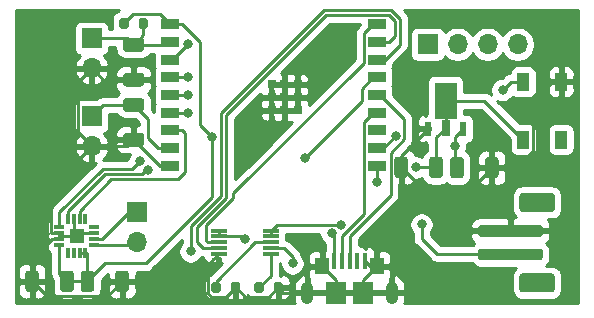
<source format=gbr>
%TF.GenerationSoftware,KiCad,Pcbnew,(5.1.12)-1*%
%TF.CreationDate,2021-12-22T14:47:12+01:00*%
%TF.ProjectId,speaker,73706561-6b65-4722-9e6b-696361645f70,rev?*%
%TF.SameCoordinates,Original*%
%TF.FileFunction,Copper,L1,Top*%
%TF.FilePolarity,Positive*%
%FSLAX46Y46*%
G04 Gerber Fmt 4.6, Leading zero omitted, Abs format (unit mm)*
G04 Created by KiCad (PCBNEW (5.1.12)-1) date 2021-12-22 14:47:12*
%MOMM*%
%LPD*%
G01*
G04 APERTURE LIST*
%TA.AperFunction,SMDPad,CuDef*%
%ADD10R,1.000000X1.500000*%
%TD*%
%TA.AperFunction,SMDPad,CuDef*%
%ADD11R,1.400000X0.300000*%
%TD*%
%TA.AperFunction,SMDPad,CuDef*%
%ADD12R,0.700000X0.700000*%
%TD*%
%TA.AperFunction,SMDPad,CuDef*%
%ADD13R,1.500000X0.900000*%
%TD*%
%TA.AperFunction,ComponentPad*%
%ADD14O,1.700000X1.700000*%
%TD*%
%TA.AperFunction,ComponentPad*%
%ADD15R,1.700000X1.700000*%
%TD*%
%TA.AperFunction,SMDPad,CuDef*%
%ADD16R,1.150000X1.450000*%
%TD*%
%TA.AperFunction,ComponentPad*%
%ADD17O,1.050000X1.900000*%
%TD*%
%TA.AperFunction,SMDPad,CuDef*%
%ADD18R,1.750000X1.900000*%
%TD*%
%TA.AperFunction,SMDPad,CuDef*%
%ADD19R,0.400000X1.400000*%
%TD*%
%TA.AperFunction,SMDPad,CuDef*%
%ADD20R,1.250000X1.250000*%
%TD*%
%TA.AperFunction,SMDPad,CuDef*%
%ADD21R,0.300000X0.850000*%
%TD*%
%TA.AperFunction,SMDPad,CuDef*%
%ADD22R,0.850000X0.300000*%
%TD*%
%TA.AperFunction,SMDPad,CuDef*%
%ADD23R,0.550000X1.300000*%
%TD*%
%TA.AperFunction,SMDPad,CuDef*%
%ADD24R,0.800000X1.475000*%
%TD*%
%TA.AperFunction,SMDPad,CuDef*%
%ADD25R,1.850000X3.125000*%
%TD*%
%TA.AperFunction,ViaPad*%
%ADD26C,0.800000*%
%TD*%
%TA.AperFunction,Conductor*%
%ADD27C,0.250000*%
%TD*%
%TA.AperFunction,Conductor*%
%ADD28C,0.254000*%
%TD*%
%TA.AperFunction,Conductor*%
%ADD29C,0.100000*%
%TD*%
G04 APERTURE END LIST*
D10*
%TO.P,D1,1*%
%TO.N,+3V3*%
X165582800Y-76897400D03*
%TO.P,D1,2*%
%TO.N,Net-(D1-Pad2)*%
X168782800Y-76897400D03*
%TO.P,D1,4*%
%TO.N,Net-(D1-Pad4)*%
X165582800Y-71997400D03*
%TO.P,D1,3*%
%TO.N,GND*%
X168782800Y-71997400D03*
%TD*%
D11*
%TO.P,IC1,10*%
%TO.N,/power/VBAT*%
X144186000Y-84598000D03*
%TO.P,IC1,9*%
X144186000Y-85098000D03*
%TO.P,IC1,8*%
%TO.N,Net-(IC1-Pad8)*%
X144186000Y-85598000D03*
%TO.P,IC1,7*%
%TO.N,/comm/PG*%
X144186000Y-86098000D03*
%TO.P,IC1,6*%
%TO.N,Net-(IC1-Pad6)*%
X144186000Y-86598000D03*
%TO.P,IC1,5*%
%TO.N,GND*%
X139786000Y-86598000D03*
%TO.P,IC1,4*%
%TO.N,/comm/STAT2*%
X139786000Y-86098000D03*
%TO.P,IC1,3*%
%TO.N,/comm/STAT1*%
X139786000Y-85598000D03*
%TO.P,IC1,2*%
%TO.N,VBUS*%
X139786000Y-85098000D03*
%TO.P,IC1,1*%
X139786000Y-84598000D03*
%TD*%
%TO.P,J1,1*%
%TO.N,GND*%
%TA.AperFunction,SMDPad,CuDef*%
G36*
G01*
X161998400Y-84123400D02*
X166998400Y-84123400D01*
G75*
G02*
X167248400Y-84373400I0J-250000D01*
G01*
X167248400Y-84873400D01*
G75*
G02*
X166998400Y-85123400I-250000J0D01*
G01*
X161998400Y-85123400D01*
G75*
G02*
X161748400Y-84873400I0J250000D01*
G01*
X161748400Y-84373400D01*
G75*
G02*
X161998400Y-84123400I250000J0D01*
G01*
G37*
%TD.AperFunction*%
%TO.P,J1,2*%
%TO.N,/power/VBAT*%
%TA.AperFunction,SMDPad,CuDef*%
G36*
G01*
X161998400Y-86123400D02*
X166998400Y-86123400D01*
G75*
G02*
X167248400Y-86373400I0J-250000D01*
G01*
X167248400Y-86873400D01*
G75*
G02*
X166998400Y-87123400I-250000J0D01*
G01*
X161998400Y-87123400D01*
G75*
G02*
X161748400Y-86873400I0J250000D01*
G01*
X161748400Y-86373400D01*
G75*
G02*
X161998400Y-86123400I250000J0D01*
G01*
G37*
%TD.AperFunction*%
%TO.P,J1,MP*%
%TO.N,N/C*%
%TA.AperFunction,SMDPad,CuDef*%
G36*
G01*
X165498400Y-81423400D02*
X167998400Y-81423400D01*
G75*
G02*
X168248400Y-81673400I0J-250000D01*
G01*
X168248400Y-82773400D01*
G75*
G02*
X167998400Y-83023400I-250000J0D01*
G01*
X165498400Y-83023400D01*
G75*
G02*
X165248400Y-82773400I0J250000D01*
G01*
X165248400Y-81673400D01*
G75*
G02*
X165498400Y-81423400I250000J0D01*
G01*
G37*
%TD.AperFunction*%
%TA.AperFunction,SMDPad,CuDef*%
G36*
G01*
X165498400Y-88223400D02*
X167998400Y-88223400D01*
G75*
G02*
X168248400Y-88473400I0J-250000D01*
G01*
X168248400Y-89573400D01*
G75*
G02*
X167998400Y-89823400I-250000J0D01*
G01*
X165498400Y-89823400D01*
G75*
G02*
X165248400Y-89573400I0J250000D01*
G01*
X165248400Y-88473400D01*
G75*
G02*
X165498400Y-88223400I250000J0D01*
G01*
G37*
%TD.AperFunction*%
%TD*%
D12*
%TO.P,U1,19*%
%TO.N,GND*%
X144285000Y-72225000D03*
X144285000Y-73325000D03*
X144285000Y-74425000D03*
X145335000Y-74425000D03*
X146485000Y-74425000D03*
X146485000Y-73325000D03*
X146485000Y-72225000D03*
X145335000Y-72225000D03*
X145335000Y-73325000D03*
D13*
%TO.P,U1,18*%
%TO.N,/comm/STAT1*%
X153175000Y-67125000D03*
%TO.P,U1,17*%
%TO.N,/comm/STAT2*%
X153175000Y-68625000D03*
%TO.P,U1,16*%
%TO.N,/comm/PG*%
X153175000Y-70125000D03*
%TO.P,U1,15*%
%TO.N,/audio/BCLK*%
X153175000Y-71625000D03*
%TO.P,U1,14*%
%TO.N,/comm/D+*%
X153175000Y-73125000D03*
%TO.P,U1,13*%
%TO.N,/comm/D-*%
X153175000Y-74625000D03*
%TO.P,U1,12*%
%TO.N,Net-(U1-Pad12)*%
X153175000Y-76125000D03*
%TO.P,U1,11*%
%TO.N,Net-(D1-Pad4)*%
X153175000Y-77625000D03*
%TO.P,U1,10*%
%TO.N,/audio/DATA*%
X153175000Y-79125000D03*
%TO.P,U1,1*%
%TO.N,+3V3*%
X135675000Y-67125000D03*
%TO.P,U1,2*%
%TO.N,/comm/EN*%
X135675000Y-68625000D03*
%TO.P,U1,3*%
%TO.N,/comm/TMS*%
X135675000Y-70125000D03*
%TO.P,U1,4*%
%TO.N,/comm/TDI*%
X135675000Y-71625000D03*
%TO.P,U1,5*%
%TO.N,/comm/TCK*%
X135675000Y-73125000D03*
%TO.P,U1,6*%
%TO.N,/comm/TDO*%
X135675000Y-74625000D03*
%TO.P,U1,7*%
%TO.N,/audio/LRCLK*%
X135675000Y-76125000D03*
%TO.P,U1,8*%
%TO.N,/comm/BOOT*%
X135675000Y-77625000D03*
%TO.P,U1,9*%
%TO.N,GND*%
X135675000Y-79125000D03*
%TD*%
D14*
%TO.P,J5,2*%
%TO.N,GND*%
X129032000Y-70866000D03*
D15*
%TO.P,J5,1*%
%TO.N,/comm/EN*%
X129032000Y-68326000D03*
%TD*%
D14*
%TO.P,J6,2*%
%TO.N,/audio/SPK+*%
X132842000Y-85598000D03*
D15*
%TO.P,J6,1*%
%TO.N,/audio/SPK-*%
X132842000Y-83058000D03*
%TD*%
%TO.P,R3,2*%
%TO.N,/comm/EN*%
%TA.AperFunction,SMDPad,CuDef*%
G36*
G01*
X133013000Y-67331000D02*
X133013000Y-66781000D01*
G75*
G02*
X133213000Y-66581000I200000J0D01*
G01*
X133613000Y-66581000D01*
G75*
G02*
X133813000Y-66781000I0J-200000D01*
G01*
X133813000Y-67331000D01*
G75*
G02*
X133613000Y-67531000I-200000J0D01*
G01*
X133213000Y-67531000D01*
G75*
G02*
X133013000Y-67331000I0J200000D01*
G01*
G37*
%TD.AperFunction*%
%TO.P,R3,1*%
%TO.N,+3V3*%
%TA.AperFunction,SMDPad,CuDef*%
G36*
G01*
X131363000Y-67331000D02*
X131363000Y-66781000D01*
G75*
G02*
X131563000Y-66581000I200000J0D01*
G01*
X131963000Y-66581000D01*
G75*
G02*
X132163000Y-66781000I0J-200000D01*
G01*
X132163000Y-67331000D01*
G75*
G02*
X131963000Y-67531000I-200000J0D01*
G01*
X131563000Y-67531000D01*
G75*
G02*
X131363000Y-67331000I0J200000D01*
G01*
G37*
%TD.AperFunction*%
%TD*%
%TO.P,R2,2*%
%TO.N,GND*%
%TA.AperFunction,SMDPad,CuDef*%
G36*
G01*
X140824000Y-89683000D02*
X140824000Y-89133000D01*
G75*
G02*
X141024000Y-88933000I200000J0D01*
G01*
X141424000Y-88933000D01*
G75*
G02*
X141624000Y-89133000I0J-200000D01*
G01*
X141624000Y-89683000D01*
G75*
G02*
X141424000Y-89883000I-200000J0D01*
G01*
X141024000Y-89883000D01*
G75*
G02*
X140824000Y-89683000I0J200000D01*
G01*
G37*
%TD.AperFunction*%
%TO.P,R2,1*%
%TO.N,Net-(IC1-Pad8)*%
%TA.AperFunction,SMDPad,CuDef*%
G36*
G01*
X139174000Y-89683000D02*
X139174000Y-89133000D01*
G75*
G02*
X139374000Y-88933000I200000J0D01*
G01*
X139774000Y-88933000D01*
G75*
G02*
X139974000Y-89133000I0J-200000D01*
G01*
X139974000Y-89683000D01*
G75*
G02*
X139774000Y-89883000I-200000J0D01*
G01*
X139374000Y-89883000D01*
G75*
G02*
X139174000Y-89683000I0J200000D01*
G01*
G37*
%TD.AperFunction*%
%TD*%
%TO.P,R1,2*%
%TO.N,GND*%
%TA.AperFunction,SMDPad,CuDef*%
G36*
G01*
X144443000Y-89683000D02*
X144443000Y-89133000D01*
G75*
G02*
X144643000Y-88933000I200000J0D01*
G01*
X145043000Y-88933000D01*
G75*
G02*
X145243000Y-89133000I0J-200000D01*
G01*
X145243000Y-89683000D01*
G75*
G02*
X145043000Y-89883000I-200000J0D01*
G01*
X144643000Y-89883000D01*
G75*
G02*
X144443000Y-89683000I0J200000D01*
G01*
G37*
%TD.AperFunction*%
%TO.P,R1,1*%
%TO.N,Net-(IC1-Pad6)*%
%TA.AperFunction,SMDPad,CuDef*%
G36*
G01*
X142793000Y-89683000D02*
X142793000Y-89133000D01*
G75*
G02*
X142993000Y-88933000I200000J0D01*
G01*
X143393000Y-88933000D01*
G75*
G02*
X143593000Y-89133000I0J-200000D01*
G01*
X143593000Y-89683000D01*
G75*
G02*
X143393000Y-89883000I-200000J0D01*
G01*
X142993000Y-89883000D01*
G75*
G02*
X142793000Y-89683000I0J200000D01*
G01*
G37*
%TD.AperFunction*%
%TD*%
D14*
%TO.P,J4,2*%
%TO.N,GND*%
X129032000Y-77470000D03*
D15*
%TO.P,J4,1*%
%TO.N,/comm/BOOT*%
X129032000Y-74930000D03*
%TD*%
D16*
%TO.P,J3,6*%
%TO.N,GND*%
X148556000Y-87616000D03*
X153196000Y-87616000D03*
D17*
X154451000Y-89846000D03*
X147301000Y-89846000D03*
D18*
X149751000Y-89846000D03*
D19*
%TO.P,J3,3*%
%TO.N,/comm/D+*%
X150876000Y-87196000D03*
%TO.P,J3,4*%
%TO.N,Net-(J3-Pad4)*%
X151526000Y-87196000D03*
%TO.P,J3,5*%
%TO.N,GND*%
X152176000Y-87196000D03*
%TO.P,J3,1*%
%TO.N,VBUS*%
X149576000Y-87196000D03*
%TO.P,J3,2*%
%TO.N,/comm/D-*%
X150226000Y-87196000D03*
D18*
%TO.P,J3,6*%
%TO.N,GND*%
X152001000Y-89846000D03*
%TD*%
D14*
%TO.P,J2,4*%
%TO.N,/comm/TDO*%
X165100000Y-68834000D03*
%TO.P,J2,3*%
%TO.N,/comm/TCK*%
X162560000Y-68834000D03*
%TO.P,J2,2*%
%TO.N,/comm/TDI*%
X160020000Y-68834000D03*
D15*
%TO.P,J2,1*%
%TO.N,/comm/TMS*%
X157480000Y-68834000D03*
%TD*%
D20*
%TO.P,IC3,17*%
%TO.N,GND*%
X127762000Y-85090000D03*
D21*
%TO.P,IC3,16*%
%TO.N,/audio/BCLK*%
X127012000Y-83640000D03*
%TO.P,IC3,15*%
%TO.N,GND*%
X127512000Y-83640000D03*
%TO.P,IC3,14*%
%TO.N,/audio/LRCLK*%
X128012000Y-83640000D03*
%TO.P,IC3,13*%
%TO.N,Net-(IC3-Pad13)*%
X128512000Y-83640000D03*
D22*
%TO.P,IC3,12*%
%TO.N,Net-(IC3-Pad12)*%
X129212000Y-84340000D03*
%TO.P,IC3,11*%
%TO.N,GND*%
X129212000Y-84840000D03*
%TO.P,IC3,10*%
%TO.N,/audio/SPK-*%
X129212000Y-85340000D03*
%TO.P,IC3,9*%
%TO.N,/audio/SPK+*%
X129212000Y-85840000D03*
D21*
%TO.P,IC3,8*%
%TO.N,+3V3*%
X128512000Y-86540000D03*
%TO.P,IC3,7*%
X128012000Y-86540000D03*
%TO.P,IC3,6*%
%TO.N,Net-(IC3-Pad6)*%
X127512000Y-86540000D03*
%TO.P,IC3,5*%
%TO.N,Net-(IC3-Pad5)*%
X127012000Y-86540000D03*
D22*
%TO.P,IC3,4*%
%TO.N,+3V3*%
X126312000Y-85840000D03*
%TO.P,IC3,3*%
%TO.N,GND*%
X126312000Y-85340000D03*
%TO.P,IC3,2*%
X126312000Y-84840000D03*
%TO.P,IC3,1*%
%TO.N,/audio/DATA*%
X126312000Y-84340000D03*
%TD*%
D23*
%TO.P,IC2,1*%
%TO.N,GND*%
X157504000Y-75990000D03*
D24*
%TO.P,IC2,2*%
%TO.N,+3V3*%
X159004000Y-75902000D03*
D23*
%TO.P,IC2,3*%
%TO.N,/power/VBAT*%
X160504000Y-75990000D03*
D25*
%TO.P,IC2,4*%
%TO.N,+3V3*%
X159004000Y-73602000D03*
%TD*%
%TO.P,C6,2*%
%TO.N,GND*%
%TA.AperFunction,SMDPad,CuDef*%
G36*
G01*
X131937999Y-71258000D02*
X133238001Y-71258000D01*
G75*
G02*
X133488000Y-71507999I0J-249999D01*
G01*
X133488000Y-72158001D01*
G75*
G02*
X133238001Y-72408000I-249999J0D01*
G01*
X131937999Y-72408000D01*
G75*
G02*
X131688000Y-72158001I0J249999D01*
G01*
X131688000Y-71507999D01*
G75*
G02*
X131937999Y-71258000I249999J0D01*
G01*
G37*
%TD.AperFunction*%
%TO.P,C6,1*%
%TO.N,/comm/EN*%
%TA.AperFunction,SMDPad,CuDef*%
G36*
G01*
X131937999Y-68308000D02*
X133238001Y-68308000D01*
G75*
G02*
X133488000Y-68557999I0J-249999D01*
G01*
X133488000Y-69208001D01*
G75*
G02*
X133238001Y-69458000I-249999J0D01*
G01*
X131937999Y-69458000D01*
G75*
G02*
X131688000Y-69208001I0J249999D01*
G01*
X131688000Y-68557999D01*
G75*
G02*
X131937999Y-68308000I249999J0D01*
G01*
G37*
%TD.AperFunction*%
%TD*%
%TO.P,C5,2*%
%TO.N,GND*%
%TA.AperFunction,SMDPad,CuDef*%
G36*
G01*
X131937999Y-76338000D02*
X133238001Y-76338000D01*
G75*
G02*
X133488000Y-76587999I0J-249999D01*
G01*
X133488000Y-77238001D01*
G75*
G02*
X133238001Y-77488000I-249999J0D01*
G01*
X131937999Y-77488000D01*
G75*
G02*
X131688000Y-77238001I0J249999D01*
G01*
X131688000Y-76587999D01*
G75*
G02*
X131937999Y-76338000I249999J0D01*
G01*
G37*
%TD.AperFunction*%
%TO.P,C5,1*%
%TO.N,/comm/BOOT*%
%TA.AperFunction,SMDPad,CuDef*%
G36*
G01*
X131937999Y-73388000D02*
X133238001Y-73388000D01*
G75*
G02*
X133488000Y-73637999I0J-249999D01*
G01*
X133488000Y-74288001D01*
G75*
G02*
X133238001Y-74538000I-249999J0D01*
G01*
X131937999Y-74538000D01*
G75*
G02*
X131688000Y-74288001I0J249999D01*
G01*
X131688000Y-73637999D01*
G75*
G02*
X131937999Y-73388000I249999J0D01*
G01*
G37*
%TD.AperFunction*%
%TD*%
%TO.P,C4,2*%
%TO.N,GND*%
%TA.AperFunction,SMDPad,CuDef*%
G36*
G01*
X131049600Y-89550001D02*
X131049600Y-88249999D01*
G75*
G02*
X131299599Y-88000000I249999J0D01*
G01*
X131949601Y-88000000D01*
G75*
G02*
X132199600Y-88249999I0J-249999D01*
G01*
X132199600Y-89550001D01*
G75*
G02*
X131949601Y-89800000I-249999J0D01*
G01*
X131299599Y-89800000D01*
G75*
G02*
X131049600Y-89550001I0J249999D01*
G01*
G37*
%TD.AperFunction*%
%TO.P,C4,1*%
%TO.N,+3V3*%
%TA.AperFunction,SMDPad,CuDef*%
G36*
G01*
X128099600Y-89550001D02*
X128099600Y-88249999D01*
G75*
G02*
X128349599Y-88000000I249999J0D01*
G01*
X128999601Y-88000000D01*
G75*
G02*
X129249600Y-88249999I0J-249999D01*
G01*
X129249600Y-89550001D01*
G75*
G02*
X128999601Y-89800000I-249999J0D01*
G01*
X128349599Y-89800000D01*
G75*
G02*
X128099600Y-89550001I0J249999D01*
G01*
G37*
%TD.AperFunction*%
%TD*%
%TO.P,C3,2*%
%TO.N,GND*%
%TA.AperFunction,SMDPad,CuDef*%
G36*
G01*
X124576000Y-88249999D02*
X124576000Y-89550001D01*
G75*
G02*
X124326001Y-89800000I-249999J0D01*
G01*
X123675999Y-89800000D01*
G75*
G02*
X123426000Y-89550001I0J249999D01*
G01*
X123426000Y-88249999D01*
G75*
G02*
X123675999Y-88000000I249999J0D01*
G01*
X124326001Y-88000000D01*
G75*
G02*
X124576000Y-88249999I0J-249999D01*
G01*
G37*
%TD.AperFunction*%
%TO.P,C3,1*%
%TO.N,+3V3*%
%TA.AperFunction,SMDPad,CuDef*%
G36*
G01*
X127526000Y-88249999D02*
X127526000Y-89550001D01*
G75*
G02*
X127276001Y-89800000I-249999J0D01*
G01*
X126625999Y-89800000D01*
G75*
G02*
X126376000Y-89550001I0J249999D01*
G01*
X126376000Y-88249999D01*
G75*
G02*
X126625999Y-88000000I249999J0D01*
G01*
X127276001Y-88000000D01*
G75*
G02*
X127526000Y-88249999I0J-249999D01*
G01*
G37*
%TD.AperFunction*%
%TD*%
%TO.P,C2,2*%
%TO.N,GND*%
%TA.AperFunction,SMDPad,CuDef*%
G36*
G01*
X162342400Y-79923401D02*
X162342400Y-78623399D01*
G75*
G02*
X162592399Y-78373400I249999J0D01*
G01*
X163242401Y-78373400D01*
G75*
G02*
X163492400Y-78623399I0J-249999D01*
G01*
X163492400Y-79923401D01*
G75*
G02*
X163242401Y-80173400I-249999J0D01*
G01*
X162592399Y-80173400D01*
G75*
G02*
X162342400Y-79923401I0J249999D01*
G01*
G37*
%TD.AperFunction*%
%TO.P,C2,1*%
%TO.N,/power/VBAT*%
%TA.AperFunction,SMDPad,CuDef*%
G36*
G01*
X159392400Y-79923401D02*
X159392400Y-78623399D01*
G75*
G02*
X159642399Y-78373400I249999J0D01*
G01*
X160292401Y-78373400D01*
G75*
G02*
X160542400Y-78623399I0J-249999D01*
G01*
X160542400Y-79923401D01*
G75*
G02*
X160292401Y-80173400I-249999J0D01*
G01*
X159642399Y-80173400D01*
G75*
G02*
X159392400Y-79923401I0J249999D01*
G01*
G37*
%TD.AperFunction*%
%TD*%
%TO.P,C1,2*%
%TO.N,GND*%
%TA.AperFunction,SMDPad,CuDef*%
G36*
G01*
X155818000Y-78597999D02*
X155818000Y-79898001D01*
G75*
G02*
X155568001Y-80148000I-249999J0D01*
G01*
X154917999Y-80148000D01*
G75*
G02*
X154668000Y-79898001I0J249999D01*
G01*
X154668000Y-78597999D01*
G75*
G02*
X154917999Y-78348000I249999J0D01*
G01*
X155568001Y-78348000D01*
G75*
G02*
X155818000Y-78597999I0J-249999D01*
G01*
G37*
%TD.AperFunction*%
%TO.P,C1,1*%
%TO.N,+3V3*%
%TA.AperFunction,SMDPad,CuDef*%
G36*
G01*
X158768000Y-78597999D02*
X158768000Y-79898001D01*
G75*
G02*
X158518001Y-80148000I-249999J0D01*
G01*
X157867999Y-80148000D01*
G75*
G02*
X157618000Y-79898001I0J249999D01*
G01*
X157618000Y-78597999D01*
G75*
G02*
X157867999Y-78348000I249999J0D01*
G01*
X158518001Y-78348000D01*
G75*
G02*
X158768000Y-78597999I0J-249999D01*
G01*
G37*
%TD.AperFunction*%
%TD*%
D26*
%TO.N,GND*%
X141478000Y-79248000D03*
X134620000Y-88900000D03*
%TO.N,+3V3*%
X139192000Y-76708000D03*
X156491598Y-79248000D03*
%TO.N,/power/VBAT*%
X150114000Y-84090000D03*
X159815000Y-77421000D03*
X156972000Y-84074000D03*
%TO.N,/comm/PG*%
X137414000Y-86360000D03*
X146050000Y-87376000D03*
%TO.N,VBUS*%
X149352000Y-84836000D03*
X141986000Y-85344000D03*
%TO.N,/audio/BCLK*%
X133781800Y-79502000D03*
X147066000Y-78486000D03*
%TO.N,/audio/DATA*%
X133096000Y-78740000D03*
X153162000Y-80518000D03*
%TO.N,/comm/TDO*%
X137160000Y-74676000D03*
%TO.N,/comm/TCK*%
X137160000Y-73152000D03*
%TO.N,/comm/TDI*%
X137160000Y-71628000D03*
%TO.N,/comm/TMS*%
X137160000Y-68834000D03*
%TO.N,Net-(D1-Pad4)*%
X163830000Y-72694800D03*
X154813000Y-76555600D03*
%TD*%
D27*
%TO.N,GND*%
X126312000Y-84840000D02*
X126312000Y-85340000D01*
X149751000Y-89846000D02*
X147301000Y-89846000D01*
X152001000Y-89846000D02*
X154451000Y-89846000D01*
X152001000Y-89846000D02*
X149751000Y-89846000D01*
X157504000Y-75511000D02*
X157504000Y-75990000D01*
X128012000Y-84840000D02*
X127762000Y-85090000D01*
X129212000Y-84840000D02*
X128012000Y-84840000D01*
X126562000Y-85090000D02*
X126312000Y-84840000D01*
X127762000Y-85090000D02*
X126562000Y-85090000D01*
X125651998Y-85340000D02*
X126312000Y-85340000D01*
X124001000Y-86990998D02*
X125651998Y-85340000D01*
X124001000Y-88900000D02*
X124001000Y-86990998D01*
X130399590Y-90125010D02*
X131624600Y-88900000D01*
X124001000Y-88900000D02*
X125226010Y-90125010D01*
X127512000Y-84840000D02*
X127762000Y-85090000D01*
X127512000Y-83640000D02*
X127512000Y-84840000D01*
X155243000Y-79248000D02*
X156468010Y-80473010D01*
X155243000Y-78251000D02*
X157504000Y-75990000D01*
X155243000Y-79248000D02*
X155243000Y-78251000D01*
X142024010Y-90208010D02*
X141224000Y-89408000D01*
X144042990Y-90208010D02*
X142024010Y-90208010D01*
X144843000Y-89408000D02*
X144042990Y-90208010D01*
X138848990Y-89900468D02*
X138848990Y-87535010D01*
X139156532Y-90208010D02*
X138848990Y-89900468D01*
X140423990Y-90208010D02*
X139156532Y-90208010D01*
X141224000Y-89408000D02*
X140423990Y-90208010D01*
X139354000Y-87030000D02*
X139786000Y-86598000D01*
X138848990Y-87535010D02*
X139354000Y-87030000D01*
X129148000Y-70866000D02*
X129032000Y-70866000D01*
X132031000Y-77470000D02*
X132588000Y-76913000D01*
X129032000Y-77470000D02*
X132031000Y-77470000D01*
X134800000Y-79125000D02*
X135675000Y-79125000D01*
X132588000Y-76913000D02*
X134800000Y-79125000D01*
X125561999Y-80940001D02*
X129032000Y-77470000D01*
X125561999Y-84764999D02*
X125561999Y-80940001D01*
X125637000Y-84840000D02*
X125561999Y-84764999D01*
X126312000Y-84840000D02*
X125637000Y-84840000D01*
X129999000Y-71833000D02*
X129032000Y-70866000D01*
X132588000Y-71833000D02*
X129999000Y-71833000D01*
X127856999Y-76294999D02*
X129032000Y-77470000D01*
X127856999Y-72041001D02*
X127856999Y-76294999D01*
X129032000Y-70866000D02*
X127856999Y-72041001D01*
X144285000Y-72225000D02*
X146485000Y-72225000D01*
X146485000Y-72225000D02*
X146485000Y-73325000D01*
X144285000Y-73325000D02*
X146485000Y-73325000D01*
X144285000Y-73325000D02*
X144285000Y-74425000D01*
X144285000Y-74425000D02*
X146485000Y-74425000D01*
X144285000Y-74425000D02*
X144285000Y-76441000D01*
X144285000Y-76441000D02*
X144285000Y-76441000D01*
X144285000Y-76441000D02*
X144285000Y-77203000D01*
X144285000Y-77203000D02*
X144272000Y-77216000D01*
X144285000Y-77203000D02*
X142240000Y-79248000D01*
X142240000Y-79248000D02*
X141478000Y-79248000D01*
X141478000Y-79248000D02*
X141478000Y-79248000D01*
X152001000Y-88811000D02*
X153196000Y-87616000D01*
X152001000Y-89846000D02*
X152001000Y-88811000D01*
X152596000Y-87616000D02*
X152176000Y-87196000D01*
X153196000Y-87616000D02*
X152596000Y-87616000D01*
X149751000Y-88811000D02*
X148556000Y-87616000D01*
X149751000Y-89846000D02*
X149751000Y-88811000D01*
X134721600Y-88900000D02*
X131624600Y-88900000D01*
X135620468Y-89900468D02*
X134620000Y-88900000D01*
X138848990Y-89900468D02*
X138445532Y-89900468D01*
X138445532Y-89900468D02*
X135620468Y-89900468D01*
X138594990Y-89900468D02*
X138445532Y-89900468D01*
X145281000Y-89846000D02*
X144843000Y-89408000D01*
X150349000Y-89846000D02*
X145281000Y-89846000D01*
X156468010Y-80513990D02*
X156468010Y-80473010D01*
X153196000Y-83786000D02*
X156468010Y-80513990D01*
X153196000Y-87616000D02*
X153196000Y-83786000D01*
X164498400Y-84623400D02*
X164498400Y-80994400D01*
X161221800Y-80969000D02*
X162917400Y-79273400D01*
X161044000Y-80969000D02*
X161221800Y-80969000D01*
X156964000Y-80969000D02*
X156468010Y-80473010D01*
X161044000Y-80969000D02*
X156964000Y-80969000D01*
X125327610Y-90125010D02*
X130399590Y-90125010D01*
X166367801Y-77875401D02*
X164969802Y-79273400D01*
X164969802Y-79273400D02*
X162917400Y-79273400D01*
X166367801Y-73662399D02*
X166367801Y-77875401D01*
X168032800Y-71997400D02*
X166367801Y-73662399D01*
X168782800Y-71997400D02*
X168032800Y-71997400D01*
X164969802Y-80522998D02*
X164498400Y-80994400D01*
X164969802Y-79273400D02*
X164969802Y-80522998D01*
%TO.N,+3V3*%
X128012000Y-86540000D02*
X128512000Y-86540000D01*
X128613600Y-88839000D02*
X128674600Y-88900000D01*
X128613600Y-86540000D02*
X128613600Y-88839000D01*
X127052600Y-88900000D02*
X128674600Y-88900000D01*
X126312000Y-88261000D02*
X126951000Y-88900000D01*
X126312000Y-85840000D02*
X126312000Y-88261000D01*
X158193000Y-76713000D02*
X158193000Y-79248000D01*
X159004000Y-75902000D02*
X158193000Y-76713000D01*
X134805990Y-66255990D02*
X135675000Y-67125000D01*
X132563010Y-66255990D02*
X134805990Y-66255990D01*
X131763000Y-67056000D02*
X132563010Y-66255990D01*
X136675000Y-67125000D02*
X138176000Y-68626000D01*
X135675000Y-67125000D02*
X136675000Y-67125000D01*
X138176000Y-68626000D02*
X138176000Y-75692000D01*
X138176000Y-75692000D02*
X139192000Y-76708000D01*
X158193000Y-76713000D02*
X158193000Y-76811002D01*
X128674600Y-88900000D02*
X130198600Y-87376000D01*
X130097000Y-87376000D02*
X133604000Y-87376000D01*
X139192000Y-81788000D02*
X139192000Y-76708000D01*
X133604000Y-87376000D02*
X139192000Y-81788000D01*
X159004000Y-75902000D02*
X159004000Y-73602000D01*
X162287400Y-73602000D02*
X165582800Y-76897400D01*
X159004000Y-73602000D02*
X162287400Y-73602000D01*
X156491598Y-79248000D02*
X158193000Y-79248000D01*
%TO.N,/power/VBAT*%
X159815000Y-76679000D02*
X160504000Y-75990000D01*
X159815000Y-79248000D02*
X159815000Y-77421000D01*
X144186000Y-85098000D02*
X144186000Y-84598000D01*
X159815000Y-77421000D02*
X159815000Y-76679000D01*
X156972000Y-84074000D02*
X156972000Y-84074000D01*
X144694000Y-84090000D02*
X144186000Y-84598000D01*
X150114000Y-84090000D02*
X144694000Y-84090000D01*
X156972000Y-85276000D02*
X156972000Y-84074000D01*
X158294000Y-86598000D02*
X156972000Y-85276000D01*
X164498400Y-86623400D02*
X161748400Y-86623400D01*
X164473000Y-86598000D02*
X164498400Y-86623400D01*
X158294000Y-86598000D02*
X164473000Y-86598000D01*
%TO.N,/comm/BOOT*%
X133813010Y-76763010D02*
X134675000Y-77625000D01*
X134675000Y-77625000D02*
X135675000Y-77625000D01*
X133813010Y-75188010D02*
X133813010Y-76763010D01*
X132588000Y-73963000D02*
X133813010Y-75188010D01*
X129999000Y-73963000D02*
X129032000Y-74930000D01*
X132588000Y-73963000D02*
X129999000Y-73963000D01*
%TO.N,/comm/EN*%
X132031000Y-68326000D02*
X132588000Y-68883000D01*
X129032000Y-68326000D02*
X132031000Y-68326000D01*
X135417000Y-68883000D02*
X135675000Y-68625000D01*
X132588000Y-68883000D02*
X135417000Y-68883000D01*
X133413000Y-68058000D02*
X132588000Y-68883000D01*
X133413000Y-67056000D02*
X133413000Y-68058000D01*
%TO.N,Net-(IC1-Pad8)*%
X142909000Y-85598000D02*
X144186000Y-85598000D01*
X139574000Y-88933000D02*
X142909000Y-85598000D01*
X139574000Y-89408000D02*
X139574000Y-88933000D01*
%TO.N,/comm/PG*%
X137414000Y-86360000D02*
X137414000Y-86360000D01*
X145337685Y-86098000D02*
X144186000Y-86098000D01*
X146050000Y-86810315D02*
X145337685Y-86098000D01*
X146050000Y-87376000D02*
X146050000Y-87376000D01*
X154371401Y-65899989D02*
X155136009Y-66664597D01*
X148688598Y-65899990D02*
X154371401Y-65899989D01*
X155136009Y-66664597D02*
X155136009Y-68863991D01*
X139954000Y-74634588D02*
X148688598Y-65899990D01*
X139954000Y-81662410D02*
X139954000Y-74634588D01*
X137414000Y-84202410D02*
X139954000Y-81662410D01*
X137414000Y-86360000D02*
X137414000Y-84202410D01*
X146050000Y-87376000D02*
X146050000Y-86810315D01*
X153875000Y-70125000D02*
X155136009Y-68863991D01*
X153175000Y-70125000D02*
X153875000Y-70125000D01*
%TO.N,Net-(IC1-Pad6)*%
X144186000Y-88415000D02*
X143193000Y-89408000D01*
X144186000Y-86598000D02*
X144186000Y-88415000D01*
%TO.N,/comm/STAT2*%
X154686000Y-68114000D02*
X154175000Y-68625000D01*
X154686000Y-66850998D02*
X154686000Y-68114000D01*
X140404010Y-81848810D02*
X140404010Y-74820988D01*
X140404010Y-74820988D02*
X148874999Y-66349999D01*
X137922000Y-84330820D02*
X140404010Y-81848810D01*
X137922000Y-85598000D02*
X137922000Y-84330820D01*
X138018401Y-85694401D02*
X137922000Y-85598000D01*
X154185001Y-66349999D02*
X154686000Y-66850998D01*
X138056989Y-85694401D02*
X138018401Y-85694401D01*
X154175000Y-68625000D02*
X153175000Y-68625000D01*
X138460588Y-86098000D02*
X138056989Y-85694401D01*
X148874999Y-66349999D02*
X154185001Y-66349999D01*
X139532000Y-86098000D02*
X138460588Y-86098000D01*
%TO.N,/comm/STAT1*%
X152099999Y-67914999D02*
X152889998Y-67125000D01*
X152099999Y-70404001D02*
X152099999Y-67914999D01*
X141046999Y-81457001D02*
X152099999Y-70404001D01*
X152889998Y-67125000D02*
X153175000Y-67125000D01*
X139786000Y-85598000D02*
X138850998Y-85598000D01*
X141046999Y-81842231D02*
X141046999Y-81457001D01*
X138760999Y-85508001D02*
X138760999Y-84128231D01*
X138760999Y-84128231D02*
X141046999Y-81842231D01*
X138850998Y-85598000D02*
X138760999Y-85508001D01*
%TO.N,VBUS*%
X149352000Y-84836000D02*
X149352000Y-84836000D01*
X141740000Y-85098000D02*
X141986000Y-85344000D01*
X139786000Y-85098000D02*
X141740000Y-85098000D01*
X139786000Y-85098000D02*
X139786000Y-84598000D01*
X149576000Y-87196000D02*
X149576000Y-86750998D01*
X149576000Y-85060000D02*
X149352000Y-84836000D01*
X149576000Y-87196000D02*
X149576000Y-85060000D01*
%TO.N,/audio/BCLK*%
X127012000Y-82965000D02*
X130163010Y-79813990D01*
X127012000Y-83640000D02*
X127012000Y-82965000D01*
X130163010Y-79813990D02*
X132276010Y-79813990D01*
X132276010Y-79813990D02*
X133292010Y-79813990D01*
X133292010Y-79813990D02*
X133604000Y-79502000D01*
X133604000Y-79502000D02*
X133604000Y-79502000D01*
X152889998Y-71625000D02*
X153175000Y-71625000D01*
X151892000Y-72622998D02*
X152889998Y-71625000D01*
X151892000Y-73660000D02*
X151892000Y-72622998D01*
X147066000Y-78486000D02*
X151892000Y-73660000D01*
%TO.N,/audio/LRCLK*%
X136675000Y-76125000D02*
X136906000Y-76356000D01*
X135675000Y-76125000D02*
X136675000Y-76125000D01*
X136906000Y-79679002D02*
X136321002Y-80264000D01*
X136906000Y-76356000D02*
X136906000Y-79679002D01*
X130713000Y-80264000D02*
X136321002Y-80264000D01*
X128012000Y-82965000D02*
X130713000Y-80264000D01*
X128012000Y-83640000D02*
X128012000Y-82965000D01*
%TO.N,/audio/SPK-*%
X129887000Y-85340000D02*
X132169000Y-83058000D01*
X132169000Y-83058000D02*
X132842000Y-83058000D01*
X129212000Y-85340000D02*
X129887000Y-85340000D01*
%TO.N,/audio/SPK+*%
X132600000Y-85840000D02*
X132842000Y-85598000D01*
X129212000Y-85840000D02*
X132600000Y-85840000D01*
%TO.N,/audio/DATA*%
X126312000Y-83028590D02*
X129976610Y-79363980D01*
X126312000Y-84340000D02*
X126312000Y-83028590D01*
X129976610Y-79363980D02*
X132334000Y-79363980D01*
X132334000Y-79363980D02*
X132472020Y-79363980D01*
X132472020Y-79363980D02*
X133096000Y-78740000D01*
X133096000Y-78740000D02*
X133096000Y-78740000D01*
X153162000Y-79138000D02*
X153175000Y-79125000D01*
X153162000Y-80518000D02*
X153162000Y-79138000D01*
%TO.N,/comm/TDO*%
X135726000Y-74676000D02*
X135675000Y-74625000D01*
X137160000Y-74676000D02*
X135726000Y-74676000D01*
%TO.N,/comm/TCK*%
X135702000Y-73152000D02*
X135675000Y-73125000D01*
X137160000Y-73152000D02*
X135702000Y-73152000D01*
%TO.N,/comm/TDI*%
X135678000Y-71628000D02*
X135675000Y-71625000D01*
X137160000Y-71628000D02*
X135678000Y-71628000D01*
%TO.N,/comm/TMS*%
X135869000Y-70125000D02*
X135675000Y-70125000D01*
X137160000Y-68834000D02*
X135869000Y-70125000D01*
%TO.N,/comm/D+*%
X155498001Y-75162999D02*
X153460002Y-73125000D01*
X155498001Y-76884401D02*
X155498001Y-75162999D01*
X154342990Y-78039412D02*
X155498001Y-76884401D01*
X154342990Y-81570422D02*
X154342990Y-78039412D01*
X153460002Y-73125000D02*
X153175000Y-73125000D01*
X150876000Y-85037412D02*
X154342990Y-81570422D01*
X150876000Y-87196000D02*
X150876000Y-85037412D01*
%TO.N,/comm/D-*%
X152889998Y-74625000D02*
X153175000Y-74625000D01*
X152099999Y-75414999D02*
X152889998Y-74625000D01*
X152099999Y-83177003D02*
X152099999Y-75414999D01*
X150226000Y-85051002D02*
X152099999Y-83177003D01*
X150226000Y-87196000D02*
X150226000Y-85051002D01*
%TO.N,Net-(D1-Pad4)*%
X165582800Y-71997400D02*
X164527400Y-71997400D01*
X164527400Y-71997400D02*
X163830000Y-72694800D01*
X163830000Y-72694800D02*
X163830000Y-72694800D01*
X153743600Y-77625000D02*
X153175000Y-77625000D01*
X154813000Y-76555600D02*
X153743600Y-77625000D01*
%TD*%
D28*
%TO.N,GND*%
X131242284Y-66006722D02*
X131097392Y-66084169D01*
X130970394Y-66188394D01*
X130866169Y-66315392D01*
X130788722Y-66460284D01*
X130741031Y-66617500D01*
X130724928Y-66781000D01*
X130724928Y-67331000D01*
X130741031Y-67494500D01*
X130762720Y-67566000D01*
X130520072Y-67566000D01*
X130520072Y-67476000D01*
X130507812Y-67351518D01*
X130471502Y-67231820D01*
X130412537Y-67121506D01*
X130333185Y-67024815D01*
X130236494Y-66945463D01*
X130126180Y-66886498D01*
X130006482Y-66850188D01*
X129882000Y-66837928D01*
X128182000Y-66837928D01*
X128057518Y-66850188D01*
X127937820Y-66886498D01*
X127827506Y-66945463D01*
X127730815Y-67024815D01*
X127651463Y-67121506D01*
X127592498Y-67231820D01*
X127556188Y-67351518D01*
X127543928Y-67476000D01*
X127543928Y-69176000D01*
X127556188Y-69300482D01*
X127592498Y-69420180D01*
X127651463Y-69530494D01*
X127730815Y-69627185D01*
X127827506Y-69706537D01*
X127937820Y-69765502D01*
X128018466Y-69789966D01*
X127934412Y-69865731D01*
X127760359Y-70099080D01*
X127635175Y-70361901D01*
X127590524Y-70509110D01*
X127711845Y-70739000D01*
X128905000Y-70739000D01*
X128905000Y-70719000D01*
X129159000Y-70719000D01*
X129159000Y-70739000D01*
X130352155Y-70739000D01*
X130473476Y-70509110D01*
X130428825Y-70361901D01*
X130303641Y-70099080D01*
X130129588Y-69865731D01*
X130045534Y-69789966D01*
X130126180Y-69765502D01*
X130236494Y-69706537D01*
X130333185Y-69627185D01*
X130412537Y-69530494D01*
X130471502Y-69420180D01*
X130507812Y-69300482D01*
X130520072Y-69176000D01*
X130520072Y-69086000D01*
X131049928Y-69086000D01*
X131049928Y-69208001D01*
X131066992Y-69381255D01*
X131117528Y-69547851D01*
X131199595Y-69701387D01*
X131310038Y-69835962D01*
X131444613Y-69946405D01*
X131598149Y-70028472D01*
X131764745Y-70079008D01*
X131937999Y-70096072D01*
X133238001Y-70096072D01*
X133411255Y-70079008D01*
X133577851Y-70028472D01*
X133731387Y-69946405D01*
X133865962Y-69835962D01*
X133976405Y-69701387D01*
X134007614Y-69643000D01*
X134290080Y-69643000D01*
X134286928Y-69675000D01*
X134286928Y-70575000D01*
X134299188Y-70699482D01*
X134335498Y-70819180D01*
X134365335Y-70875000D01*
X134335498Y-70930820D01*
X134299188Y-71050518D01*
X134286928Y-71175000D01*
X134286928Y-72075000D01*
X134299188Y-72199482D01*
X134335498Y-72319180D01*
X134365335Y-72375000D01*
X134335498Y-72430820D01*
X134299188Y-72550518D01*
X134286928Y-72675000D01*
X134286928Y-73575000D01*
X134299188Y-73699482D01*
X134335498Y-73819180D01*
X134365335Y-73875000D01*
X134335498Y-73930820D01*
X134299188Y-74050518D01*
X134286928Y-74175000D01*
X134286928Y-74587126D01*
X134113675Y-74413873D01*
X134126072Y-74288001D01*
X134126072Y-73637999D01*
X134109008Y-73464745D01*
X134058472Y-73298149D01*
X133976405Y-73144613D01*
X133865962Y-73010038D01*
X133803945Y-72959142D01*
X133842494Y-72938537D01*
X133939185Y-72859185D01*
X134018537Y-72762494D01*
X134077502Y-72652180D01*
X134113812Y-72532482D01*
X134126072Y-72408000D01*
X134123000Y-72118750D01*
X133964250Y-71960000D01*
X132715000Y-71960000D01*
X132715000Y-71980000D01*
X132461000Y-71980000D01*
X132461000Y-71960000D01*
X131211750Y-71960000D01*
X131053000Y-72118750D01*
X131049928Y-72408000D01*
X131062188Y-72532482D01*
X131098498Y-72652180D01*
X131157463Y-72762494D01*
X131236815Y-72859185D01*
X131333506Y-72938537D01*
X131372055Y-72959142D01*
X131310038Y-73010038D01*
X131199595Y-73144613D01*
X131168386Y-73203000D01*
X130036333Y-73203000D01*
X129999000Y-73199323D01*
X129961667Y-73203000D01*
X129850014Y-73213997D01*
X129706753Y-73257454D01*
X129574724Y-73328026D01*
X129458999Y-73422999D01*
X129443464Y-73441928D01*
X128182000Y-73441928D01*
X128057518Y-73454188D01*
X127937820Y-73490498D01*
X127827506Y-73549463D01*
X127730815Y-73628815D01*
X127651463Y-73725506D01*
X127592498Y-73835820D01*
X127556188Y-73955518D01*
X127543928Y-74080000D01*
X127543928Y-75780000D01*
X127556188Y-75904482D01*
X127592498Y-76024180D01*
X127651463Y-76134494D01*
X127730815Y-76231185D01*
X127827506Y-76310537D01*
X127937820Y-76369502D01*
X128018466Y-76393966D01*
X127934412Y-76469731D01*
X127760359Y-76703080D01*
X127635175Y-76965901D01*
X127590524Y-77113110D01*
X127711845Y-77343000D01*
X128905000Y-77343000D01*
X128905000Y-77323000D01*
X129159000Y-77323000D01*
X129159000Y-77343000D01*
X130352155Y-77343000D01*
X130473476Y-77113110D01*
X130428825Y-76965901D01*
X130303641Y-76703080D01*
X130129588Y-76469731D01*
X130045534Y-76393966D01*
X130126180Y-76369502D01*
X130185115Y-76338000D01*
X131049928Y-76338000D01*
X131053000Y-76627250D01*
X131211750Y-76786000D01*
X132461000Y-76786000D01*
X132461000Y-75861750D01*
X132302250Y-75703000D01*
X131688000Y-75699928D01*
X131563518Y-75712188D01*
X131443820Y-75748498D01*
X131333506Y-75807463D01*
X131236815Y-75886815D01*
X131157463Y-75983506D01*
X131098498Y-76093820D01*
X131062188Y-76213518D01*
X131049928Y-76338000D01*
X130185115Y-76338000D01*
X130236494Y-76310537D01*
X130333185Y-76231185D01*
X130412537Y-76134494D01*
X130471502Y-76024180D01*
X130507812Y-75904482D01*
X130520072Y-75780000D01*
X130520072Y-74723000D01*
X131168386Y-74723000D01*
X131199595Y-74781387D01*
X131310038Y-74915962D01*
X131444613Y-75026405D01*
X131598149Y-75108472D01*
X131764745Y-75159008D01*
X131937999Y-75176072D01*
X132726270Y-75176072D01*
X133053010Y-75502812D01*
X133053010Y-75702103D01*
X132873750Y-75703000D01*
X132715000Y-75861750D01*
X132715000Y-76786000D01*
X132735000Y-76786000D01*
X132735000Y-77040000D01*
X132715000Y-77040000D01*
X132715000Y-77060000D01*
X132461000Y-77060000D01*
X132461000Y-77040000D01*
X131211750Y-77040000D01*
X131053000Y-77198750D01*
X131049928Y-77488000D01*
X131062188Y-77612482D01*
X131098498Y-77732180D01*
X131157463Y-77842494D01*
X131236815Y-77939185D01*
X131333506Y-78018537D01*
X131443820Y-78077502D01*
X131563518Y-78113812D01*
X131688000Y-78126072D01*
X132263352Y-78123195D01*
X132178795Y-78249744D01*
X132100774Y-78438102D01*
X132067779Y-78603980D01*
X130013932Y-78603980D01*
X129984468Y-78601078D01*
X130129588Y-78470269D01*
X130303641Y-78236920D01*
X130428825Y-77974099D01*
X130473476Y-77826890D01*
X130352155Y-77597000D01*
X129159000Y-77597000D01*
X129159000Y-78790814D01*
X129366211Y-78899577D01*
X125800998Y-82464791D01*
X125772000Y-82488589D01*
X125748202Y-82517587D01*
X125748201Y-82517588D01*
X125677026Y-82604314D01*
X125606454Y-82736344D01*
X125582287Y-82816014D01*
X125562998Y-82879604D01*
X125560101Y-82909014D01*
X125548324Y-83028590D01*
X125552001Y-83065922D01*
X125552001Y-83649043D01*
X125532506Y-83659463D01*
X125435815Y-83738815D01*
X125356463Y-83835506D01*
X125297498Y-83945820D01*
X125261188Y-84065518D01*
X125248928Y-84190000D01*
X125248928Y-84490000D01*
X125259214Y-84594437D01*
X125252000Y-84658250D01*
X125284247Y-84690497D01*
X125297498Y-84734180D01*
X125354666Y-84841132D01*
X125302853Y-84933275D01*
X125284585Y-84989165D01*
X125252000Y-85021750D01*
X125259715Y-85090000D01*
X125252000Y-85158250D01*
X125284585Y-85190835D01*
X125302853Y-85246725D01*
X125354666Y-85338868D01*
X125297498Y-85445820D01*
X125284247Y-85489503D01*
X125252000Y-85521750D01*
X125259214Y-85585563D01*
X125248928Y-85690000D01*
X125248928Y-85990000D01*
X125261188Y-86114482D01*
X125297498Y-86234180D01*
X125356463Y-86344494D01*
X125435815Y-86441185D01*
X125532506Y-86520537D01*
X125552000Y-86530957D01*
X125552001Y-88223668D01*
X125548324Y-88261000D01*
X125552001Y-88298333D01*
X125562998Y-88409986D01*
X125573563Y-88444815D01*
X125606454Y-88553246D01*
X125677026Y-88685276D01*
X125737928Y-88759484D01*
X125737928Y-89550001D01*
X125754992Y-89723255D01*
X125805528Y-89889851D01*
X125887595Y-90043387D01*
X125998038Y-90177962D01*
X126132613Y-90288405D01*
X126286149Y-90370472D01*
X126452745Y-90421008D01*
X126625999Y-90438072D01*
X127276001Y-90438072D01*
X127449255Y-90421008D01*
X127615851Y-90370472D01*
X127769387Y-90288405D01*
X127812800Y-90252777D01*
X127856213Y-90288405D01*
X128009749Y-90370472D01*
X128176345Y-90421008D01*
X128349599Y-90438072D01*
X128999601Y-90438072D01*
X129172855Y-90421008D01*
X129339451Y-90370472D01*
X129492987Y-90288405D01*
X129627562Y-90177962D01*
X129738005Y-90043387D01*
X129820072Y-89889851D01*
X129847327Y-89800000D01*
X130411528Y-89800000D01*
X130423788Y-89924482D01*
X130460098Y-90044180D01*
X130519063Y-90154494D01*
X130598415Y-90251185D01*
X130695106Y-90330537D01*
X130805420Y-90389502D01*
X130925118Y-90425812D01*
X131049600Y-90438072D01*
X131338850Y-90435000D01*
X131497600Y-90276250D01*
X131497600Y-89027000D01*
X131751600Y-89027000D01*
X131751600Y-90276250D01*
X131910350Y-90435000D01*
X132199600Y-90438072D01*
X132324082Y-90425812D01*
X132443780Y-90389502D01*
X132554094Y-90330537D01*
X132650785Y-90251185D01*
X132730137Y-90154494D01*
X132789102Y-90044180D01*
X132825412Y-89924482D01*
X132837672Y-89800000D01*
X132834600Y-89185750D01*
X132675850Y-89027000D01*
X131751600Y-89027000D01*
X131497600Y-89027000D01*
X130573350Y-89027000D01*
X130414600Y-89185750D01*
X130411528Y-89800000D01*
X129847327Y-89800000D01*
X129870608Y-89723255D01*
X129887672Y-89550001D01*
X129887672Y-88761730D01*
X130412712Y-88236691D01*
X130414600Y-88614250D01*
X130573350Y-88773000D01*
X131497600Y-88773000D01*
X131497600Y-88753000D01*
X131751600Y-88753000D01*
X131751600Y-88773000D01*
X132675850Y-88773000D01*
X132834600Y-88614250D01*
X132836992Y-88136000D01*
X133566678Y-88136000D01*
X133604000Y-88139676D01*
X133641322Y-88136000D01*
X133641333Y-88136000D01*
X133752986Y-88125003D01*
X133896247Y-88081546D01*
X134028276Y-88010974D01*
X134144001Y-87916001D01*
X134167804Y-87886997D01*
X136654000Y-85400801D01*
X136654000Y-85656289D01*
X136610063Y-85700226D01*
X136496795Y-85869744D01*
X136418774Y-86058102D01*
X136379000Y-86258061D01*
X136379000Y-86461939D01*
X136418774Y-86661898D01*
X136496795Y-86850256D01*
X136610063Y-87019774D01*
X136754226Y-87163937D01*
X136923744Y-87277205D01*
X137112102Y-87355226D01*
X137312061Y-87395000D01*
X137515939Y-87395000D01*
X137715898Y-87355226D01*
X137904256Y-87277205D01*
X138073774Y-87163937D01*
X138217937Y-87019774D01*
X138331205Y-86850256D01*
X138331731Y-86848986D01*
X138423255Y-86858000D01*
X138423264Y-86858000D01*
X138459952Y-86861613D01*
X138462206Y-86882229D01*
X138500379Y-87001346D01*
X138561057Y-87110727D01*
X138641908Y-87206169D01*
X138739826Y-87284003D01*
X138851046Y-87341239D01*
X138971296Y-87375677D01*
X139095954Y-87385994D01*
X139500250Y-87383000D01*
X139659000Y-87224250D01*
X139659000Y-86886072D01*
X139913000Y-86886072D01*
X139913000Y-87224250D01*
X140060474Y-87371724D01*
X139082270Y-88349929D01*
X139053284Y-88358722D01*
X138908392Y-88436169D01*
X138781394Y-88540394D01*
X138677169Y-88667392D01*
X138599722Y-88812284D01*
X138552031Y-88969500D01*
X138535928Y-89133000D01*
X138535928Y-89683000D01*
X138552031Y-89846500D01*
X138599722Y-90003716D01*
X138677169Y-90148608D01*
X138781394Y-90275606D01*
X138908392Y-90379831D01*
X139053284Y-90457278D01*
X139210500Y-90504969D01*
X139374000Y-90521072D01*
X139774000Y-90521072D01*
X139937500Y-90504969D01*
X140094716Y-90457278D01*
X140239608Y-90379831D01*
X140341590Y-90296137D01*
X140372815Y-90334185D01*
X140469506Y-90413537D01*
X140579820Y-90472502D01*
X140699518Y-90508812D01*
X140824000Y-90521072D01*
X140938250Y-90518000D01*
X141097000Y-90359250D01*
X141097000Y-89535000D01*
X141077000Y-89535000D01*
X141077000Y-89281000D01*
X141097000Y-89281000D01*
X141097000Y-89261000D01*
X141351000Y-89261000D01*
X141351000Y-89281000D01*
X141371000Y-89281000D01*
X141371000Y-89535000D01*
X141351000Y-89535000D01*
X141351000Y-90359250D01*
X141509750Y-90518000D01*
X141624000Y-90521072D01*
X141748482Y-90508812D01*
X141868180Y-90472502D01*
X141978494Y-90413537D01*
X142075185Y-90334185D01*
X142154537Y-90237494D01*
X142213502Y-90127180D01*
X142239285Y-90042186D01*
X142296169Y-90148608D01*
X142400394Y-90275606D01*
X142527392Y-90379831D01*
X142672284Y-90457278D01*
X142829500Y-90504969D01*
X142993000Y-90521072D01*
X143393000Y-90521072D01*
X143556500Y-90504969D01*
X143713716Y-90457278D01*
X143858608Y-90379831D01*
X143960590Y-90296137D01*
X143991815Y-90334185D01*
X144088506Y-90413537D01*
X144198820Y-90472502D01*
X144318518Y-90508812D01*
X144443000Y-90521072D01*
X144557250Y-90518000D01*
X144716000Y-90359250D01*
X144716000Y-89535000D01*
X144970000Y-89535000D01*
X144970000Y-90359250D01*
X145128750Y-90518000D01*
X145243000Y-90521072D01*
X145367482Y-90508812D01*
X145487180Y-90472502D01*
X145597494Y-90413537D01*
X145694185Y-90334185D01*
X145773537Y-90237494D01*
X145832502Y-90127180D01*
X145868812Y-90007482D01*
X145881072Y-89883000D01*
X145878000Y-89693750D01*
X145719250Y-89535000D01*
X144970000Y-89535000D01*
X144716000Y-89535000D01*
X144696000Y-89535000D01*
X144696000Y-89294000D01*
X146141000Y-89294000D01*
X146141000Y-89719000D01*
X147174000Y-89719000D01*
X147174000Y-88427837D01*
X146995190Y-88302036D01*
X146762136Y-88385937D01*
X146570559Y-88510953D01*
X146407053Y-88670941D01*
X146277901Y-88859754D01*
X146188066Y-89070135D01*
X146141000Y-89294000D01*
X144696000Y-89294000D01*
X144696000Y-89281000D01*
X144716000Y-89281000D01*
X144716000Y-89261000D01*
X144970000Y-89261000D01*
X144970000Y-89281000D01*
X145719250Y-89281000D01*
X145878000Y-89122250D01*
X145881072Y-88933000D01*
X145868812Y-88808518D01*
X145832502Y-88688820D01*
X145773537Y-88578506D01*
X145694185Y-88481815D01*
X145597494Y-88402463D01*
X145487180Y-88343498D01*
X145367482Y-88307188D01*
X145243000Y-88294928D01*
X145128750Y-88298000D01*
X144970002Y-88456748D01*
X144970002Y-88298000D01*
X144946000Y-88298000D01*
X144946000Y-87380163D01*
X145010482Y-87373812D01*
X145015000Y-87372441D01*
X145015000Y-87477939D01*
X145054774Y-87677898D01*
X145132795Y-87866256D01*
X145246063Y-88035774D01*
X145390226Y-88179937D01*
X145559744Y-88293205D01*
X145748102Y-88371226D01*
X145948061Y-88411000D01*
X146151939Y-88411000D01*
X146351898Y-88371226D01*
X146540256Y-88293205D01*
X146709774Y-88179937D01*
X146853937Y-88035774D01*
X146967205Y-87866256D01*
X147045226Y-87677898D01*
X147085000Y-87477939D01*
X147085000Y-87274061D01*
X147045226Y-87074102D01*
X146969383Y-86891000D01*
X147342928Y-86891000D01*
X147346000Y-87330250D01*
X147504750Y-87489000D01*
X148429000Y-87489000D01*
X148429000Y-86414750D01*
X148270250Y-86256000D01*
X147981000Y-86252928D01*
X147856518Y-86265188D01*
X147736820Y-86301498D01*
X147626506Y-86360463D01*
X147529815Y-86439815D01*
X147450463Y-86536506D01*
X147391498Y-86646820D01*
X147355188Y-86766518D01*
X147342928Y-86891000D01*
X146969383Y-86891000D01*
X146967205Y-86885744D01*
X146853937Y-86716226D01*
X146798987Y-86661276D01*
X146755546Y-86518068D01*
X146684974Y-86386039D01*
X146590001Y-86270314D01*
X146561002Y-86246516D01*
X145901488Y-85587002D01*
X145877686Y-85557999D01*
X145761961Y-85463026D01*
X145629932Y-85392454D01*
X145515173Y-85357643D01*
X145514223Y-85348000D01*
X145524072Y-85248000D01*
X145524072Y-84948000D01*
X145514420Y-84850000D01*
X148317000Y-84850000D01*
X148317000Y-84937939D01*
X148356774Y-85137898D01*
X148434795Y-85326256D01*
X148548063Y-85495774D01*
X148692226Y-85639937D01*
X148816001Y-85722640D01*
X148816000Y-86196626D01*
X148786498Y-86251820D01*
X148760619Y-86337131D01*
X148683000Y-86414750D01*
X148683000Y-87489000D01*
X148703000Y-87489000D01*
X148703000Y-87743000D01*
X148683000Y-87743000D01*
X148683000Y-87763000D01*
X148429000Y-87763000D01*
X148429000Y-87743000D01*
X147504750Y-87743000D01*
X147346000Y-87901750D01*
X147342928Y-88341000D01*
X147355188Y-88465482D01*
X147391498Y-88585180D01*
X147428000Y-88653469D01*
X147428000Y-89719000D01*
X149624000Y-89719000D01*
X149624000Y-89699000D01*
X149878000Y-89699000D01*
X149878000Y-89719000D01*
X151874000Y-89719000D01*
X151874000Y-89699000D01*
X152128000Y-89699000D01*
X152128000Y-89719000D01*
X154324000Y-89719000D01*
X154324000Y-88653469D01*
X154360502Y-88585180D01*
X154396812Y-88465482D01*
X154400519Y-88427837D01*
X154578000Y-88427837D01*
X154578000Y-89719000D01*
X155611000Y-89719000D01*
X155611000Y-89294000D01*
X155563934Y-89070135D01*
X155474099Y-88859754D01*
X155344947Y-88670941D01*
X155181441Y-88510953D01*
X154989864Y-88385937D01*
X154756810Y-88302036D01*
X154578000Y-88427837D01*
X154400519Y-88427837D01*
X154409072Y-88341000D01*
X154406000Y-87901750D01*
X154247250Y-87743000D01*
X153323000Y-87743000D01*
X153323000Y-87763000D01*
X153069000Y-87763000D01*
X153069000Y-87743000D01*
X153049000Y-87743000D01*
X153049000Y-87489000D01*
X153069000Y-87489000D01*
X153069000Y-86414750D01*
X153323000Y-86414750D01*
X153323000Y-87489000D01*
X154247250Y-87489000D01*
X154406000Y-87330250D01*
X154409072Y-86891000D01*
X154396812Y-86766518D01*
X154360502Y-86646820D01*
X154301537Y-86536506D01*
X154222185Y-86439815D01*
X154125494Y-86360463D01*
X154015180Y-86301498D01*
X153895482Y-86265188D01*
X153771000Y-86252928D01*
X153481750Y-86256000D01*
X153323000Y-86414750D01*
X153069000Y-86414750D01*
X152990887Y-86336637D01*
X152969239Y-86261046D01*
X152912003Y-86149826D01*
X152834169Y-86051908D01*
X152738727Y-85971057D01*
X152629346Y-85910379D01*
X152510229Y-85872206D01*
X152407750Y-85861000D01*
X152249000Y-86019750D01*
X152249000Y-86132322D01*
X152177185Y-86044815D01*
X152080494Y-85965463D01*
X152012218Y-85928968D01*
X151944250Y-85861000D01*
X151853064Y-85870971D01*
X151850482Y-85870188D01*
X151726000Y-85857928D01*
X151636000Y-85857928D01*
X151636000Y-85352213D01*
X153016152Y-83972061D01*
X155937000Y-83972061D01*
X155937000Y-84175939D01*
X155976774Y-84375898D01*
X156054795Y-84564256D01*
X156168063Y-84733774D01*
X156212000Y-84777711D01*
X156212000Y-85238677D01*
X156208324Y-85276000D01*
X156212000Y-85313322D01*
X156212000Y-85313332D01*
X156222997Y-85424985D01*
X156266454Y-85568246D01*
X156337026Y-85700276D01*
X156349110Y-85715000D01*
X156431999Y-85816001D01*
X156461003Y-85839804D01*
X157730200Y-87109002D01*
X157753999Y-87138001D01*
X157869724Y-87232974D01*
X158001753Y-87303546D01*
X158145014Y-87347003D01*
X158256667Y-87358000D01*
X158256676Y-87358000D01*
X158293999Y-87361676D01*
X158331322Y-87358000D01*
X161255299Y-87358000D01*
X161259995Y-87366786D01*
X161370438Y-87501362D01*
X161505014Y-87611805D01*
X161658550Y-87693872D01*
X161825146Y-87744408D01*
X161998400Y-87761472D01*
X164972751Y-87761472D01*
X164870438Y-87845438D01*
X164759995Y-87980014D01*
X164677928Y-88133550D01*
X164627392Y-88300146D01*
X164610328Y-88473400D01*
X164610328Y-89573400D01*
X164627392Y-89746654D01*
X164677928Y-89913250D01*
X164759995Y-90066786D01*
X164870438Y-90201362D01*
X165005014Y-90311805D01*
X165158550Y-90393872D01*
X165325146Y-90444408D01*
X165498400Y-90461472D01*
X167998400Y-90461472D01*
X168171654Y-90444408D01*
X168338250Y-90393872D01*
X168491786Y-90311805D01*
X168626362Y-90201362D01*
X168736805Y-90066786D01*
X168818872Y-89913250D01*
X168869408Y-89746654D01*
X168886472Y-89573400D01*
X168886472Y-88473400D01*
X168869408Y-88300146D01*
X168818872Y-88133550D01*
X168736805Y-87980014D01*
X168626362Y-87845438D01*
X168491786Y-87734995D01*
X168338250Y-87652928D01*
X168171654Y-87602392D01*
X167998400Y-87585328D01*
X167524049Y-87585328D01*
X167626362Y-87501362D01*
X167736805Y-87366786D01*
X167818872Y-87213250D01*
X167869408Y-87046654D01*
X167886472Y-86873400D01*
X167886472Y-86373400D01*
X167869408Y-86200146D01*
X167818872Y-86033550D01*
X167736805Y-85880014D01*
X167626362Y-85745438D01*
X167549587Y-85682431D01*
X167602894Y-85653937D01*
X167699585Y-85574585D01*
X167778937Y-85477894D01*
X167837902Y-85367580D01*
X167874212Y-85247882D01*
X167886472Y-85123400D01*
X167883400Y-84909150D01*
X167724650Y-84750400D01*
X164625400Y-84750400D01*
X164625400Y-84770400D01*
X164371400Y-84770400D01*
X164371400Y-84750400D01*
X161272150Y-84750400D01*
X161113400Y-84909150D01*
X161110328Y-85123400D01*
X161122588Y-85247882D01*
X161158898Y-85367580D01*
X161217863Y-85477894D01*
X161297215Y-85574585D01*
X161393906Y-85653937D01*
X161447213Y-85682431D01*
X161370438Y-85745438D01*
X161294475Y-85838000D01*
X158608802Y-85838000D01*
X157732000Y-84961199D01*
X157732000Y-84777711D01*
X157775937Y-84733774D01*
X157889205Y-84564256D01*
X157967226Y-84375898D01*
X158007000Y-84175939D01*
X158007000Y-84123400D01*
X161110328Y-84123400D01*
X161113400Y-84337650D01*
X161272150Y-84496400D01*
X164371400Y-84496400D01*
X164371400Y-83647150D01*
X164212650Y-83488400D01*
X161748400Y-83485328D01*
X161623918Y-83497588D01*
X161504220Y-83533898D01*
X161393906Y-83592863D01*
X161297215Y-83672215D01*
X161217863Y-83768906D01*
X161158898Y-83879220D01*
X161122588Y-83998918D01*
X161110328Y-84123400D01*
X158007000Y-84123400D01*
X158007000Y-83972061D01*
X157967226Y-83772102D01*
X157889205Y-83583744D01*
X157775937Y-83414226D01*
X157631774Y-83270063D01*
X157462256Y-83156795D01*
X157273898Y-83078774D01*
X157073939Y-83039000D01*
X156870061Y-83039000D01*
X156670102Y-83078774D01*
X156481744Y-83156795D01*
X156312226Y-83270063D01*
X156168063Y-83414226D01*
X156054795Y-83583744D01*
X155976774Y-83772102D01*
X155937000Y-83972061D01*
X153016152Y-83972061D01*
X154853994Y-82134220D01*
X154882991Y-82110423D01*
X154977964Y-81994698D01*
X155048536Y-81862669D01*
X155091993Y-81719408D01*
X155096524Y-81673400D01*
X164610328Y-81673400D01*
X164610328Y-82773400D01*
X164627392Y-82946654D01*
X164677928Y-83113250D01*
X164759995Y-83266786D01*
X164870438Y-83401362D01*
X164976203Y-83488161D01*
X164784150Y-83488400D01*
X164625400Y-83647150D01*
X164625400Y-84496400D01*
X167724650Y-84496400D01*
X167883400Y-84337650D01*
X167886472Y-84123400D01*
X167874212Y-83998918D01*
X167837902Y-83879220D01*
X167778937Y-83768906D01*
X167699585Y-83672215D01*
X167686495Y-83661472D01*
X167998400Y-83661472D01*
X168171654Y-83644408D01*
X168338250Y-83593872D01*
X168491786Y-83511805D01*
X168626362Y-83401362D01*
X168736805Y-83266786D01*
X168818872Y-83113250D01*
X168869408Y-82946654D01*
X168886472Y-82773400D01*
X168886472Y-81673400D01*
X168869408Y-81500146D01*
X168818872Y-81333550D01*
X168736805Y-81180014D01*
X168626362Y-81045438D01*
X168491786Y-80934995D01*
X168338250Y-80852928D01*
X168171654Y-80802392D01*
X167998400Y-80785328D01*
X165498400Y-80785328D01*
X165325146Y-80802392D01*
X165158550Y-80852928D01*
X165005014Y-80934995D01*
X164870438Y-81045438D01*
X164759995Y-81180014D01*
X164677928Y-81333550D01*
X164627392Y-81500146D01*
X164610328Y-81673400D01*
X155096524Y-81673400D01*
X155102990Y-81607755D01*
X155102990Y-81607746D01*
X155106666Y-81570423D01*
X155102990Y-81533100D01*
X155102990Y-80637260D01*
X155116000Y-80624250D01*
X155116000Y-79375000D01*
X155102990Y-79375000D01*
X155102990Y-79121000D01*
X155116000Y-79121000D01*
X155116000Y-79101000D01*
X155370000Y-79101000D01*
X155370000Y-79121000D01*
X155390000Y-79121000D01*
X155390000Y-79375000D01*
X155370000Y-79375000D01*
X155370000Y-80624250D01*
X155528750Y-80783000D01*
X155818000Y-80786072D01*
X155942482Y-80773812D01*
X156062180Y-80737502D01*
X156172494Y-80678537D01*
X156269185Y-80599185D01*
X156348537Y-80502494D01*
X156407502Y-80392180D01*
X156440621Y-80283000D01*
X156593537Y-80283000D01*
X156793496Y-80243226D01*
X156981854Y-80165205D01*
X157018137Y-80140961D01*
X157047528Y-80237851D01*
X157129595Y-80391387D01*
X157240038Y-80525962D01*
X157374613Y-80636405D01*
X157528149Y-80718472D01*
X157694745Y-80769008D01*
X157867999Y-80786072D01*
X158518001Y-80786072D01*
X158691255Y-80769008D01*
X158857851Y-80718472D01*
X159011387Y-80636405D01*
X159064725Y-80592632D01*
X159149013Y-80661805D01*
X159302549Y-80743872D01*
X159469145Y-80794408D01*
X159642399Y-80811472D01*
X160292401Y-80811472D01*
X160465655Y-80794408D01*
X160632251Y-80743872D01*
X160785787Y-80661805D01*
X160920362Y-80551362D01*
X161030805Y-80416787D01*
X161112872Y-80263251D01*
X161140127Y-80173400D01*
X161704328Y-80173400D01*
X161716588Y-80297882D01*
X161752898Y-80417580D01*
X161811863Y-80527894D01*
X161891215Y-80624585D01*
X161987906Y-80703937D01*
X162098220Y-80762902D01*
X162217918Y-80799212D01*
X162342400Y-80811472D01*
X162631650Y-80808400D01*
X162790400Y-80649650D01*
X162790400Y-79400400D01*
X163044400Y-79400400D01*
X163044400Y-80649650D01*
X163203150Y-80808400D01*
X163492400Y-80811472D01*
X163616882Y-80799212D01*
X163736580Y-80762902D01*
X163846894Y-80703937D01*
X163943585Y-80624585D01*
X164022937Y-80527894D01*
X164081902Y-80417580D01*
X164118212Y-80297882D01*
X164130472Y-80173400D01*
X164127400Y-79559150D01*
X163968650Y-79400400D01*
X163044400Y-79400400D01*
X162790400Y-79400400D01*
X161866150Y-79400400D01*
X161707400Y-79559150D01*
X161704328Y-80173400D01*
X161140127Y-80173400D01*
X161163408Y-80096655D01*
X161180472Y-79923401D01*
X161180472Y-78623399D01*
X161163408Y-78450145D01*
X161140128Y-78373400D01*
X161704328Y-78373400D01*
X161707400Y-78987650D01*
X161866150Y-79146400D01*
X162790400Y-79146400D01*
X162790400Y-77897150D01*
X163044400Y-77897150D01*
X163044400Y-79146400D01*
X163968650Y-79146400D01*
X164127400Y-78987650D01*
X164130472Y-78373400D01*
X164118212Y-78248918D01*
X164081902Y-78129220D01*
X164022937Y-78018906D01*
X163943585Y-77922215D01*
X163846894Y-77842863D01*
X163736580Y-77783898D01*
X163616882Y-77747588D01*
X163492400Y-77735328D01*
X163203150Y-77738400D01*
X163044400Y-77897150D01*
X162790400Y-77897150D01*
X162631650Y-77738400D01*
X162342400Y-77735328D01*
X162217918Y-77747588D01*
X162098220Y-77783898D01*
X161987906Y-77842863D01*
X161891215Y-77922215D01*
X161811863Y-78018906D01*
X161752898Y-78129220D01*
X161716588Y-78248918D01*
X161704328Y-78373400D01*
X161140128Y-78373400D01*
X161112872Y-78283549D01*
X161030805Y-78130013D01*
X160920362Y-77995438D01*
X160785787Y-77884995D01*
X160750824Y-77866307D01*
X160810226Y-77722898D01*
X160850000Y-77522939D01*
X160850000Y-77319061D01*
X160840639Y-77272001D01*
X160903482Y-77265812D01*
X161023180Y-77229502D01*
X161133494Y-77170537D01*
X161230185Y-77091185D01*
X161309537Y-76994494D01*
X161368502Y-76884180D01*
X161404812Y-76764482D01*
X161417072Y-76640000D01*
X161417072Y-75340000D01*
X161404812Y-75215518D01*
X161368502Y-75095820D01*
X161309537Y-74985506D01*
X161230185Y-74888815D01*
X161133494Y-74809463D01*
X161023180Y-74750498D01*
X160903482Y-74714188D01*
X160779000Y-74701928D01*
X160567072Y-74701928D01*
X160567072Y-74362000D01*
X161972599Y-74362000D01*
X164444728Y-76834131D01*
X164444728Y-77647400D01*
X164456988Y-77771882D01*
X164493298Y-77891580D01*
X164552263Y-78001894D01*
X164631615Y-78098585D01*
X164728306Y-78177937D01*
X164838620Y-78236902D01*
X164958318Y-78273212D01*
X165082800Y-78285472D01*
X166082800Y-78285472D01*
X166207282Y-78273212D01*
X166326980Y-78236902D01*
X166437294Y-78177937D01*
X166533985Y-78098585D01*
X166613337Y-78001894D01*
X166672302Y-77891580D01*
X166708612Y-77771882D01*
X166720872Y-77647400D01*
X166720872Y-76147400D01*
X167644728Y-76147400D01*
X167644728Y-77647400D01*
X167656988Y-77771882D01*
X167693298Y-77891580D01*
X167752263Y-78001894D01*
X167831615Y-78098585D01*
X167928306Y-78177937D01*
X168038620Y-78236902D01*
X168158318Y-78273212D01*
X168282800Y-78285472D01*
X169282800Y-78285472D01*
X169407282Y-78273212D01*
X169526980Y-78236902D01*
X169637294Y-78177937D01*
X169733985Y-78098585D01*
X169813337Y-78001894D01*
X169872302Y-77891580D01*
X169908612Y-77771882D01*
X169920872Y-77647400D01*
X169920872Y-76147400D01*
X169908612Y-76022918D01*
X169872302Y-75903220D01*
X169813337Y-75792906D01*
X169733985Y-75696215D01*
X169637294Y-75616863D01*
X169526980Y-75557898D01*
X169407282Y-75521588D01*
X169282800Y-75509328D01*
X168282800Y-75509328D01*
X168158318Y-75521588D01*
X168038620Y-75557898D01*
X167928306Y-75616863D01*
X167831615Y-75696215D01*
X167752263Y-75792906D01*
X167693298Y-75903220D01*
X167656988Y-76022918D01*
X167644728Y-76147400D01*
X166720872Y-76147400D01*
X166708612Y-76022918D01*
X166672302Y-75903220D01*
X166613337Y-75792906D01*
X166533985Y-75696215D01*
X166437294Y-75616863D01*
X166326980Y-75557898D01*
X166207282Y-75521588D01*
X166082800Y-75509328D01*
X165269530Y-75509328D01*
X163395161Y-73634960D01*
X163528102Y-73690026D01*
X163728061Y-73729800D01*
X163931939Y-73729800D01*
X164131898Y-73690026D01*
X164320256Y-73612005D01*
X164489774Y-73498737D01*
X164633937Y-73354574D01*
X164700430Y-73255060D01*
X164728306Y-73277937D01*
X164838620Y-73336902D01*
X164958318Y-73373212D01*
X165082800Y-73385472D01*
X166082800Y-73385472D01*
X166207282Y-73373212D01*
X166326980Y-73336902D01*
X166437294Y-73277937D01*
X166533985Y-73198585D01*
X166613337Y-73101894D01*
X166672302Y-72991580D01*
X166708612Y-72871882D01*
X166720872Y-72747400D01*
X167644728Y-72747400D01*
X167656988Y-72871882D01*
X167693298Y-72991580D01*
X167752263Y-73101894D01*
X167831615Y-73198585D01*
X167928306Y-73277937D01*
X168038620Y-73336902D01*
X168158318Y-73373212D01*
X168282800Y-73385472D01*
X168497050Y-73382400D01*
X168655800Y-73223650D01*
X168655800Y-72124400D01*
X168909800Y-72124400D01*
X168909800Y-73223650D01*
X169068550Y-73382400D01*
X169282800Y-73385472D01*
X169407282Y-73373212D01*
X169526980Y-73336902D01*
X169637294Y-73277937D01*
X169733985Y-73198585D01*
X169813337Y-73101894D01*
X169872302Y-72991580D01*
X169908612Y-72871882D01*
X169920872Y-72747400D01*
X169917800Y-72283150D01*
X169759050Y-72124400D01*
X168909800Y-72124400D01*
X168655800Y-72124400D01*
X167806550Y-72124400D01*
X167647800Y-72283150D01*
X167644728Y-72747400D01*
X166720872Y-72747400D01*
X166720872Y-71247400D01*
X167644728Y-71247400D01*
X167647800Y-71711650D01*
X167806550Y-71870400D01*
X168655800Y-71870400D01*
X168655800Y-70771150D01*
X168909800Y-70771150D01*
X168909800Y-71870400D01*
X169759050Y-71870400D01*
X169917800Y-71711650D01*
X169920872Y-71247400D01*
X169908612Y-71122918D01*
X169872302Y-71003220D01*
X169813337Y-70892906D01*
X169733985Y-70796215D01*
X169637294Y-70716863D01*
X169526980Y-70657898D01*
X169407282Y-70621588D01*
X169282800Y-70609328D01*
X169068550Y-70612400D01*
X168909800Y-70771150D01*
X168655800Y-70771150D01*
X168497050Y-70612400D01*
X168282800Y-70609328D01*
X168158318Y-70621588D01*
X168038620Y-70657898D01*
X167928306Y-70716863D01*
X167831615Y-70796215D01*
X167752263Y-70892906D01*
X167693298Y-71003220D01*
X167656988Y-71122918D01*
X167644728Y-71247400D01*
X166720872Y-71247400D01*
X166708612Y-71122918D01*
X166672302Y-71003220D01*
X166613337Y-70892906D01*
X166533985Y-70796215D01*
X166437294Y-70716863D01*
X166326980Y-70657898D01*
X166207282Y-70621588D01*
X166082800Y-70609328D01*
X165082800Y-70609328D01*
X164958318Y-70621588D01*
X164838620Y-70657898D01*
X164728306Y-70716863D01*
X164631615Y-70796215D01*
X164552263Y-70892906D01*
X164493298Y-71003220D01*
X164456988Y-71122918D01*
X164445278Y-71241811D01*
X164378414Y-71248397D01*
X164235153Y-71291854D01*
X164103124Y-71362426D01*
X163987399Y-71457399D01*
X163963601Y-71486398D01*
X163790198Y-71659800D01*
X163728061Y-71659800D01*
X163528102Y-71699574D01*
X163339744Y-71777595D01*
X163170226Y-71890863D01*
X163026063Y-72035026D01*
X162912795Y-72204544D01*
X162834774Y-72392902D01*
X162795000Y-72592861D01*
X162795000Y-72796739D01*
X162834774Y-72996698D01*
X162889841Y-73129640D01*
X162851204Y-73091003D01*
X162827401Y-73061999D01*
X162711676Y-72967026D01*
X162579647Y-72896454D01*
X162436386Y-72852997D01*
X162324733Y-72842000D01*
X162324722Y-72842000D01*
X162287400Y-72838324D01*
X162250078Y-72842000D01*
X160567072Y-72842000D01*
X160567072Y-72039500D01*
X160554812Y-71915018D01*
X160518502Y-71795320D01*
X160459537Y-71685006D01*
X160380185Y-71588315D01*
X160283494Y-71508963D01*
X160173180Y-71449998D01*
X160053482Y-71413688D01*
X159929000Y-71401428D01*
X158079000Y-71401428D01*
X157954518Y-71413688D01*
X157834820Y-71449998D01*
X157724506Y-71508963D01*
X157627815Y-71588315D01*
X157548463Y-71685006D01*
X157489498Y-71795320D01*
X157453188Y-71915018D01*
X157440928Y-72039500D01*
X157440928Y-74705000D01*
X157376998Y-74705000D01*
X157376998Y-74863748D01*
X157218250Y-74705000D01*
X157101044Y-74714890D01*
X156981549Y-74751864D01*
X156871564Y-74811440D01*
X156775315Y-74891328D01*
X156696501Y-74988459D01*
X156638151Y-75099099D01*
X156602506Y-75218997D01*
X156590938Y-75343545D01*
X156594000Y-75704250D01*
X156752750Y-75863000D01*
X157377000Y-75863000D01*
X157377000Y-75843000D01*
X157631000Y-75843000D01*
X157631000Y-75863000D01*
X157651000Y-75863000D01*
X157651000Y-76117000D01*
X157631000Y-76117000D01*
X157631000Y-76137000D01*
X157377000Y-76137000D01*
X157377000Y-76117000D01*
X156752750Y-76117000D01*
X156594000Y-76275750D01*
X156590938Y-76636455D01*
X156602506Y-76761003D01*
X156638151Y-76880901D01*
X156696501Y-76991541D01*
X156775315Y-77088672D01*
X156871564Y-77168560D01*
X156981549Y-77228136D01*
X157101044Y-77265110D01*
X157218250Y-77275000D01*
X157376998Y-77116252D01*
X157376998Y-77275000D01*
X157433000Y-77275000D01*
X157433000Y-77828386D01*
X157374613Y-77859595D01*
X157240038Y-77970038D01*
X157129595Y-78104613D01*
X157047528Y-78258149D01*
X157018137Y-78355039D01*
X156981854Y-78330795D01*
X156793496Y-78252774D01*
X156593537Y-78213000D01*
X156440621Y-78213000D01*
X156407502Y-78103820D01*
X156348537Y-77993506D01*
X156269185Y-77896815D01*
X156172494Y-77817463D01*
X156062180Y-77758498D01*
X155942482Y-77722188D01*
X155818000Y-77709928D01*
X155746517Y-77710687D01*
X156009005Y-77448199D01*
X156038002Y-77424402D01*
X156132975Y-77308677D01*
X156203547Y-77176648D01*
X156247004Y-77033387D01*
X156258001Y-76921734D01*
X156258001Y-76921725D01*
X156261677Y-76884402D01*
X156258001Y-76847079D01*
X156258001Y-75200322D01*
X156261677Y-75162999D01*
X156258001Y-75125676D01*
X156258001Y-75125666D01*
X156247004Y-75014013D01*
X156203547Y-74870752D01*
X156132975Y-74738723D01*
X156038002Y-74622998D01*
X156009004Y-74599200D01*
X154563072Y-73153269D01*
X154563072Y-72675000D01*
X154550812Y-72550518D01*
X154514502Y-72430820D01*
X154484665Y-72375000D01*
X154514502Y-72319180D01*
X154550812Y-72199482D01*
X154563072Y-72075000D01*
X154563072Y-71175000D01*
X154550812Y-71050518D01*
X154514502Y-70930820D01*
X154484665Y-70875000D01*
X154514502Y-70819180D01*
X154550812Y-70699482D01*
X154563072Y-70575000D01*
X154563072Y-70511729D01*
X155647012Y-69427790D01*
X155676010Y-69403992D01*
X155741448Y-69324256D01*
X155770983Y-69288268D01*
X155841555Y-69156238D01*
X155847725Y-69135898D01*
X155885012Y-69012977D01*
X155896009Y-68901324D01*
X155896009Y-68901315D01*
X155899685Y-68863992D01*
X155896009Y-68826669D01*
X155896009Y-67984000D01*
X155991928Y-67984000D01*
X155991928Y-69684000D01*
X156004188Y-69808482D01*
X156040498Y-69928180D01*
X156099463Y-70038494D01*
X156178815Y-70135185D01*
X156275506Y-70214537D01*
X156385820Y-70273502D01*
X156505518Y-70309812D01*
X156630000Y-70322072D01*
X158330000Y-70322072D01*
X158454482Y-70309812D01*
X158574180Y-70273502D01*
X158684494Y-70214537D01*
X158781185Y-70135185D01*
X158860537Y-70038494D01*
X158919502Y-69928180D01*
X158941513Y-69855620D01*
X159073368Y-69987475D01*
X159316589Y-70149990D01*
X159586842Y-70261932D01*
X159873740Y-70319000D01*
X160166260Y-70319000D01*
X160453158Y-70261932D01*
X160723411Y-70149990D01*
X160966632Y-69987475D01*
X161173475Y-69780632D01*
X161290000Y-69606240D01*
X161406525Y-69780632D01*
X161613368Y-69987475D01*
X161856589Y-70149990D01*
X162126842Y-70261932D01*
X162413740Y-70319000D01*
X162706260Y-70319000D01*
X162993158Y-70261932D01*
X163263411Y-70149990D01*
X163506632Y-69987475D01*
X163713475Y-69780632D01*
X163830000Y-69606240D01*
X163946525Y-69780632D01*
X164153368Y-69987475D01*
X164396589Y-70149990D01*
X164666842Y-70261932D01*
X164953740Y-70319000D01*
X165246260Y-70319000D01*
X165533158Y-70261932D01*
X165803411Y-70149990D01*
X166046632Y-69987475D01*
X166253475Y-69780632D01*
X166415990Y-69537411D01*
X166527932Y-69267158D01*
X166585000Y-68980260D01*
X166585000Y-68687740D01*
X166527932Y-68400842D01*
X166415990Y-68130589D01*
X166253475Y-67887368D01*
X166046632Y-67680525D01*
X165803411Y-67518010D01*
X165533158Y-67406068D01*
X165246260Y-67349000D01*
X164953740Y-67349000D01*
X164666842Y-67406068D01*
X164396589Y-67518010D01*
X164153368Y-67680525D01*
X163946525Y-67887368D01*
X163830000Y-68061760D01*
X163713475Y-67887368D01*
X163506632Y-67680525D01*
X163263411Y-67518010D01*
X162993158Y-67406068D01*
X162706260Y-67349000D01*
X162413740Y-67349000D01*
X162126842Y-67406068D01*
X161856589Y-67518010D01*
X161613368Y-67680525D01*
X161406525Y-67887368D01*
X161290000Y-68061760D01*
X161173475Y-67887368D01*
X160966632Y-67680525D01*
X160723411Y-67518010D01*
X160453158Y-67406068D01*
X160166260Y-67349000D01*
X159873740Y-67349000D01*
X159586842Y-67406068D01*
X159316589Y-67518010D01*
X159073368Y-67680525D01*
X158941513Y-67812380D01*
X158919502Y-67739820D01*
X158860537Y-67629506D01*
X158781185Y-67532815D01*
X158684494Y-67453463D01*
X158574180Y-67394498D01*
X158454482Y-67358188D01*
X158330000Y-67345928D01*
X156630000Y-67345928D01*
X156505518Y-67358188D01*
X156385820Y-67394498D01*
X156275506Y-67453463D01*
X156178815Y-67532815D01*
X156099463Y-67629506D01*
X156040498Y-67739820D01*
X156004188Y-67859518D01*
X155991928Y-67984000D01*
X155896009Y-67984000D01*
X155896009Y-66701919D01*
X155899685Y-66664596D01*
X155896009Y-66627274D01*
X155896009Y-66627264D01*
X155885012Y-66515611D01*
X155841555Y-66372350D01*
X155815852Y-66324264D01*
X155770983Y-66240320D01*
X155699808Y-66153594D01*
X155676010Y-66124596D01*
X155647013Y-66100799D01*
X155509214Y-65963000D01*
X170257000Y-65963000D01*
X170257001Y-90755000D01*
X155507084Y-90755000D01*
X155563934Y-90621865D01*
X155611000Y-90398000D01*
X155611000Y-89973000D01*
X154578000Y-89973000D01*
X154578000Y-89993000D01*
X154324000Y-89993000D01*
X154324000Y-89973000D01*
X152128000Y-89973000D01*
X152128000Y-89993000D01*
X151874000Y-89993000D01*
X151874000Y-89973000D01*
X149878000Y-89973000D01*
X149878000Y-89993000D01*
X149624000Y-89993000D01*
X149624000Y-89973000D01*
X147428000Y-89973000D01*
X147428000Y-89993000D01*
X147174000Y-89993000D01*
X147174000Y-89973000D01*
X146141000Y-89973000D01*
X146141000Y-90398000D01*
X146188066Y-90621865D01*
X146244916Y-90755000D01*
X122605000Y-90755000D01*
X122605000Y-89800000D01*
X122787928Y-89800000D01*
X122800188Y-89924482D01*
X122836498Y-90044180D01*
X122895463Y-90154494D01*
X122974815Y-90251185D01*
X123071506Y-90330537D01*
X123181820Y-90389502D01*
X123301518Y-90425812D01*
X123426000Y-90438072D01*
X123715250Y-90435000D01*
X123874000Y-90276250D01*
X123874000Y-89027000D01*
X124128000Y-89027000D01*
X124128000Y-90276250D01*
X124286750Y-90435000D01*
X124576000Y-90438072D01*
X124700482Y-90425812D01*
X124820180Y-90389502D01*
X124930494Y-90330537D01*
X125027185Y-90251185D01*
X125106537Y-90154494D01*
X125165502Y-90044180D01*
X125201812Y-89924482D01*
X125214072Y-89800000D01*
X125211000Y-89185750D01*
X125052250Y-89027000D01*
X124128000Y-89027000D01*
X123874000Y-89027000D01*
X122949750Y-89027000D01*
X122791000Y-89185750D01*
X122787928Y-89800000D01*
X122605000Y-89800000D01*
X122605000Y-88000000D01*
X122787928Y-88000000D01*
X122791000Y-88614250D01*
X122949750Y-88773000D01*
X123874000Y-88773000D01*
X123874000Y-87523750D01*
X124128000Y-87523750D01*
X124128000Y-88773000D01*
X125052250Y-88773000D01*
X125211000Y-88614250D01*
X125214072Y-88000000D01*
X125201812Y-87875518D01*
X125165502Y-87755820D01*
X125106537Y-87645506D01*
X125027185Y-87548815D01*
X124930494Y-87469463D01*
X124820180Y-87410498D01*
X124700482Y-87374188D01*
X124576000Y-87361928D01*
X124286750Y-87365000D01*
X124128000Y-87523750D01*
X123874000Y-87523750D01*
X123715250Y-87365000D01*
X123426000Y-87361928D01*
X123301518Y-87374188D01*
X123181820Y-87410498D01*
X123071506Y-87469463D01*
X122974815Y-87548815D01*
X122895463Y-87645506D01*
X122836498Y-87755820D01*
X122800188Y-87875518D01*
X122787928Y-88000000D01*
X122605000Y-88000000D01*
X122605000Y-77826890D01*
X127590524Y-77826890D01*
X127635175Y-77974099D01*
X127760359Y-78236920D01*
X127934412Y-78470269D01*
X128150645Y-78665178D01*
X128400748Y-78814157D01*
X128675109Y-78911481D01*
X128905000Y-78790814D01*
X128905000Y-77597000D01*
X127711845Y-77597000D01*
X127590524Y-77826890D01*
X122605000Y-77826890D01*
X122605000Y-71222890D01*
X127590524Y-71222890D01*
X127635175Y-71370099D01*
X127760359Y-71632920D01*
X127934412Y-71866269D01*
X128150645Y-72061178D01*
X128400748Y-72210157D01*
X128675109Y-72307481D01*
X128905000Y-72186814D01*
X128905000Y-70993000D01*
X129159000Y-70993000D01*
X129159000Y-72186814D01*
X129388891Y-72307481D01*
X129663252Y-72210157D01*
X129913355Y-72061178D01*
X130129588Y-71866269D01*
X130303641Y-71632920D01*
X130428825Y-71370099D01*
X130462826Y-71258000D01*
X131049928Y-71258000D01*
X131053000Y-71547250D01*
X131211750Y-71706000D01*
X132461000Y-71706000D01*
X132461000Y-70781750D01*
X132715000Y-70781750D01*
X132715000Y-71706000D01*
X133964250Y-71706000D01*
X134123000Y-71547250D01*
X134126072Y-71258000D01*
X134113812Y-71133518D01*
X134077502Y-71013820D01*
X134018537Y-70903506D01*
X133939185Y-70806815D01*
X133842494Y-70727463D01*
X133732180Y-70668498D01*
X133612482Y-70632188D01*
X133488000Y-70619928D01*
X132873750Y-70623000D01*
X132715000Y-70781750D01*
X132461000Y-70781750D01*
X132302250Y-70623000D01*
X131688000Y-70619928D01*
X131563518Y-70632188D01*
X131443820Y-70668498D01*
X131333506Y-70727463D01*
X131236815Y-70806815D01*
X131157463Y-70903506D01*
X131098498Y-71013820D01*
X131062188Y-71133518D01*
X131049928Y-71258000D01*
X130462826Y-71258000D01*
X130473476Y-71222890D01*
X130352155Y-70993000D01*
X129159000Y-70993000D01*
X128905000Y-70993000D01*
X127711845Y-70993000D01*
X127590524Y-71222890D01*
X122605000Y-71222890D01*
X122605000Y-65963000D01*
X131386416Y-65963000D01*
X131242284Y-66006722D01*
%TA.AperFunction,Conductor*%
D29*
G36*
X131242284Y-66006722D02*
G01*
X131097392Y-66084169D01*
X130970394Y-66188394D01*
X130866169Y-66315392D01*
X130788722Y-66460284D01*
X130741031Y-66617500D01*
X130724928Y-66781000D01*
X130724928Y-67331000D01*
X130741031Y-67494500D01*
X130762720Y-67566000D01*
X130520072Y-67566000D01*
X130520072Y-67476000D01*
X130507812Y-67351518D01*
X130471502Y-67231820D01*
X130412537Y-67121506D01*
X130333185Y-67024815D01*
X130236494Y-66945463D01*
X130126180Y-66886498D01*
X130006482Y-66850188D01*
X129882000Y-66837928D01*
X128182000Y-66837928D01*
X128057518Y-66850188D01*
X127937820Y-66886498D01*
X127827506Y-66945463D01*
X127730815Y-67024815D01*
X127651463Y-67121506D01*
X127592498Y-67231820D01*
X127556188Y-67351518D01*
X127543928Y-67476000D01*
X127543928Y-69176000D01*
X127556188Y-69300482D01*
X127592498Y-69420180D01*
X127651463Y-69530494D01*
X127730815Y-69627185D01*
X127827506Y-69706537D01*
X127937820Y-69765502D01*
X128018466Y-69789966D01*
X127934412Y-69865731D01*
X127760359Y-70099080D01*
X127635175Y-70361901D01*
X127590524Y-70509110D01*
X127711845Y-70739000D01*
X128905000Y-70739000D01*
X128905000Y-70719000D01*
X129159000Y-70719000D01*
X129159000Y-70739000D01*
X130352155Y-70739000D01*
X130473476Y-70509110D01*
X130428825Y-70361901D01*
X130303641Y-70099080D01*
X130129588Y-69865731D01*
X130045534Y-69789966D01*
X130126180Y-69765502D01*
X130236494Y-69706537D01*
X130333185Y-69627185D01*
X130412537Y-69530494D01*
X130471502Y-69420180D01*
X130507812Y-69300482D01*
X130520072Y-69176000D01*
X130520072Y-69086000D01*
X131049928Y-69086000D01*
X131049928Y-69208001D01*
X131066992Y-69381255D01*
X131117528Y-69547851D01*
X131199595Y-69701387D01*
X131310038Y-69835962D01*
X131444613Y-69946405D01*
X131598149Y-70028472D01*
X131764745Y-70079008D01*
X131937999Y-70096072D01*
X133238001Y-70096072D01*
X133411255Y-70079008D01*
X133577851Y-70028472D01*
X133731387Y-69946405D01*
X133865962Y-69835962D01*
X133976405Y-69701387D01*
X134007614Y-69643000D01*
X134290080Y-69643000D01*
X134286928Y-69675000D01*
X134286928Y-70575000D01*
X134299188Y-70699482D01*
X134335498Y-70819180D01*
X134365335Y-70875000D01*
X134335498Y-70930820D01*
X134299188Y-71050518D01*
X134286928Y-71175000D01*
X134286928Y-72075000D01*
X134299188Y-72199482D01*
X134335498Y-72319180D01*
X134365335Y-72375000D01*
X134335498Y-72430820D01*
X134299188Y-72550518D01*
X134286928Y-72675000D01*
X134286928Y-73575000D01*
X134299188Y-73699482D01*
X134335498Y-73819180D01*
X134365335Y-73875000D01*
X134335498Y-73930820D01*
X134299188Y-74050518D01*
X134286928Y-74175000D01*
X134286928Y-74587126D01*
X134113675Y-74413873D01*
X134126072Y-74288001D01*
X134126072Y-73637999D01*
X134109008Y-73464745D01*
X134058472Y-73298149D01*
X133976405Y-73144613D01*
X133865962Y-73010038D01*
X133803945Y-72959142D01*
X133842494Y-72938537D01*
X133939185Y-72859185D01*
X134018537Y-72762494D01*
X134077502Y-72652180D01*
X134113812Y-72532482D01*
X134126072Y-72408000D01*
X134123000Y-72118750D01*
X133964250Y-71960000D01*
X132715000Y-71960000D01*
X132715000Y-71980000D01*
X132461000Y-71980000D01*
X132461000Y-71960000D01*
X131211750Y-71960000D01*
X131053000Y-72118750D01*
X131049928Y-72408000D01*
X131062188Y-72532482D01*
X131098498Y-72652180D01*
X131157463Y-72762494D01*
X131236815Y-72859185D01*
X131333506Y-72938537D01*
X131372055Y-72959142D01*
X131310038Y-73010038D01*
X131199595Y-73144613D01*
X131168386Y-73203000D01*
X130036333Y-73203000D01*
X129999000Y-73199323D01*
X129961667Y-73203000D01*
X129850014Y-73213997D01*
X129706753Y-73257454D01*
X129574724Y-73328026D01*
X129458999Y-73422999D01*
X129443464Y-73441928D01*
X128182000Y-73441928D01*
X128057518Y-73454188D01*
X127937820Y-73490498D01*
X127827506Y-73549463D01*
X127730815Y-73628815D01*
X127651463Y-73725506D01*
X127592498Y-73835820D01*
X127556188Y-73955518D01*
X127543928Y-74080000D01*
X127543928Y-75780000D01*
X127556188Y-75904482D01*
X127592498Y-76024180D01*
X127651463Y-76134494D01*
X127730815Y-76231185D01*
X127827506Y-76310537D01*
X127937820Y-76369502D01*
X128018466Y-76393966D01*
X127934412Y-76469731D01*
X127760359Y-76703080D01*
X127635175Y-76965901D01*
X127590524Y-77113110D01*
X127711845Y-77343000D01*
X128905000Y-77343000D01*
X128905000Y-77323000D01*
X129159000Y-77323000D01*
X129159000Y-77343000D01*
X130352155Y-77343000D01*
X130473476Y-77113110D01*
X130428825Y-76965901D01*
X130303641Y-76703080D01*
X130129588Y-76469731D01*
X130045534Y-76393966D01*
X130126180Y-76369502D01*
X130185115Y-76338000D01*
X131049928Y-76338000D01*
X131053000Y-76627250D01*
X131211750Y-76786000D01*
X132461000Y-76786000D01*
X132461000Y-75861750D01*
X132302250Y-75703000D01*
X131688000Y-75699928D01*
X131563518Y-75712188D01*
X131443820Y-75748498D01*
X131333506Y-75807463D01*
X131236815Y-75886815D01*
X131157463Y-75983506D01*
X131098498Y-76093820D01*
X131062188Y-76213518D01*
X131049928Y-76338000D01*
X130185115Y-76338000D01*
X130236494Y-76310537D01*
X130333185Y-76231185D01*
X130412537Y-76134494D01*
X130471502Y-76024180D01*
X130507812Y-75904482D01*
X130520072Y-75780000D01*
X130520072Y-74723000D01*
X131168386Y-74723000D01*
X131199595Y-74781387D01*
X131310038Y-74915962D01*
X131444613Y-75026405D01*
X131598149Y-75108472D01*
X131764745Y-75159008D01*
X131937999Y-75176072D01*
X132726270Y-75176072D01*
X133053010Y-75502812D01*
X133053010Y-75702103D01*
X132873750Y-75703000D01*
X132715000Y-75861750D01*
X132715000Y-76786000D01*
X132735000Y-76786000D01*
X132735000Y-77040000D01*
X132715000Y-77040000D01*
X132715000Y-77060000D01*
X132461000Y-77060000D01*
X132461000Y-77040000D01*
X131211750Y-77040000D01*
X131053000Y-77198750D01*
X131049928Y-77488000D01*
X131062188Y-77612482D01*
X131098498Y-77732180D01*
X131157463Y-77842494D01*
X131236815Y-77939185D01*
X131333506Y-78018537D01*
X131443820Y-78077502D01*
X131563518Y-78113812D01*
X131688000Y-78126072D01*
X132263352Y-78123195D01*
X132178795Y-78249744D01*
X132100774Y-78438102D01*
X132067779Y-78603980D01*
X130013932Y-78603980D01*
X129984468Y-78601078D01*
X130129588Y-78470269D01*
X130303641Y-78236920D01*
X130428825Y-77974099D01*
X130473476Y-77826890D01*
X130352155Y-77597000D01*
X129159000Y-77597000D01*
X129159000Y-78790814D01*
X129366211Y-78899577D01*
X125800998Y-82464791D01*
X125772000Y-82488589D01*
X125748202Y-82517587D01*
X125748201Y-82517588D01*
X125677026Y-82604314D01*
X125606454Y-82736344D01*
X125582287Y-82816014D01*
X125562998Y-82879604D01*
X125560101Y-82909014D01*
X125548324Y-83028590D01*
X125552001Y-83065922D01*
X125552001Y-83649043D01*
X125532506Y-83659463D01*
X125435815Y-83738815D01*
X125356463Y-83835506D01*
X125297498Y-83945820D01*
X125261188Y-84065518D01*
X125248928Y-84190000D01*
X125248928Y-84490000D01*
X125259214Y-84594437D01*
X125252000Y-84658250D01*
X125284247Y-84690497D01*
X125297498Y-84734180D01*
X125354666Y-84841132D01*
X125302853Y-84933275D01*
X125284585Y-84989165D01*
X125252000Y-85021750D01*
X125259715Y-85090000D01*
X125252000Y-85158250D01*
X125284585Y-85190835D01*
X125302853Y-85246725D01*
X125354666Y-85338868D01*
X125297498Y-85445820D01*
X125284247Y-85489503D01*
X125252000Y-85521750D01*
X125259214Y-85585563D01*
X125248928Y-85690000D01*
X125248928Y-85990000D01*
X125261188Y-86114482D01*
X125297498Y-86234180D01*
X125356463Y-86344494D01*
X125435815Y-86441185D01*
X125532506Y-86520537D01*
X125552000Y-86530957D01*
X125552001Y-88223668D01*
X125548324Y-88261000D01*
X125552001Y-88298333D01*
X125562998Y-88409986D01*
X125573563Y-88444815D01*
X125606454Y-88553246D01*
X125677026Y-88685276D01*
X125737928Y-88759484D01*
X125737928Y-89550001D01*
X125754992Y-89723255D01*
X125805528Y-89889851D01*
X125887595Y-90043387D01*
X125998038Y-90177962D01*
X126132613Y-90288405D01*
X126286149Y-90370472D01*
X126452745Y-90421008D01*
X126625999Y-90438072D01*
X127276001Y-90438072D01*
X127449255Y-90421008D01*
X127615851Y-90370472D01*
X127769387Y-90288405D01*
X127812800Y-90252777D01*
X127856213Y-90288405D01*
X128009749Y-90370472D01*
X128176345Y-90421008D01*
X128349599Y-90438072D01*
X128999601Y-90438072D01*
X129172855Y-90421008D01*
X129339451Y-90370472D01*
X129492987Y-90288405D01*
X129627562Y-90177962D01*
X129738005Y-90043387D01*
X129820072Y-89889851D01*
X129847327Y-89800000D01*
X130411528Y-89800000D01*
X130423788Y-89924482D01*
X130460098Y-90044180D01*
X130519063Y-90154494D01*
X130598415Y-90251185D01*
X130695106Y-90330537D01*
X130805420Y-90389502D01*
X130925118Y-90425812D01*
X131049600Y-90438072D01*
X131338850Y-90435000D01*
X131497600Y-90276250D01*
X131497600Y-89027000D01*
X131751600Y-89027000D01*
X131751600Y-90276250D01*
X131910350Y-90435000D01*
X132199600Y-90438072D01*
X132324082Y-90425812D01*
X132443780Y-90389502D01*
X132554094Y-90330537D01*
X132650785Y-90251185D01*
X132730137Y-90154494D01*
X132789102Y-90044180D01*
X132825412Y-89924482D01*
X132837672Y-89800000D01*
X132834600Y-89185750D01*
X132675850Y-89027000D01*
X131751600Y-89027000D01*
X131497600Y-89027000D01*
X130573350Y-89027000D01*
X130414600Y-89185750D01*
X130411528Y-89800000D01*
X129847327Y-89800000D01*
X129870608Y-89723255D01*
X129887672Y-89550001D01*
X129887672Y-88761730D01*
X130412712Y-88236691D01*
X130414600Y-88614250D01*
X130573350Y-88773000D01*
X131497600Y-88773000D01*
X131497600Y-88753000D01*
X131751600Y-88753000D01*
X131751600Y-88773000D01*
X132675850Y-88773000D01*
X132834600Y-88614250D01*
X132836992Y-88136000D01*
X133566678Y-88136000D01*
X133604000Y-88139676D01*
X133641322Y-88136000D01*
X133641333Y-88136000D01*
X133752986Y-88125003D01*
X133896247Y-88081546D01*
X134028276Y-88010974D01*
X134144001Y-87916001D01*
X134167804Y-87886997D01*
X136654000Y-85400801D01*
X136654000Y-85656289D01*
X136610063Y-85700226D01*
X136496795Y-85869744D01*
X136418774Y-86058102D01*
X136379000Y-86258061D01*
X136379000Y-86461939D01*
X136418774Y-86661898D01*
X136496795Y-86850256D01*
X136610063Y-87019774D01*
X136754226Y-87163937D01*
X136923744Y-87277205D01*
X137112102Y-87355226D01*
X137312061Y-87395000D01*
X137515939Y-87395000D01*
X137715898Y-87355226D01*
X137904256Y-87277205D01*
X138073774Y-87163937D01*
X138217937Y-87019774D01*
X138331205Y-86850256D01*
X138331731Y-86848986D01*
X138423255Y-86858000D01*
X138423264Y-86858000D01*
X138459952Y-86861613D01*
X138462206Y-86882229D01*
X138500379Y-87001346D01*
X138561057Y-87110727D01*
X138641908Y-87206169D01*
X138739826Y-87284003D01*
X138851046Y-87341239D01*
X138971296Y-87375677D01*
X139095954Y-87385994D01*
X139500250Y-87383000D01*
X139659000Y-87224250D01*
X139659000Y-86886072D01*
X139913000Y-86886072D01*
X139913000Y-87224250D01*
X140060474Y-87371724D01*
X139082270Y-88349929D01*
X139053284Y-88358722D01*
X138908392Y-88436169D01*
X138781394Y-88540394D01*
X138677169Y-88667392D01*
X138599722Y-88812284D01*
X138552031Y-88969500D01*
X138535928Y-89133000D01*
X138535928Y-89683000D01*
X138552031Y-89846500D01*
X138599722Y-90003716D01*
X138677169Y-90148608D01*
X138781394Y-90275606D01*
X138908392Y-90379831D01*
X139053284Y-90457278D01*
X139210500Y-90504969D01*
X139374000Y-90521072D01*
X139774000Y-90521072D01*
X139937500Y-90504969D01*
X140094716Y-90457278D01*
X140239608Y-90379831D01*
X140341590Y-90296137D01*
X140372815Y-90334185D01*
X140469506Y-90413537D01*
X140579820Y-90472502D01*
X140699518Y-90508812D01*
X140824000Y-90521072D01*
X140938250Y-90518000D01*
X141097000Y-90359250D01*
X141097000Y-89535000D01*
X141077000Y-89535000D01*
X141077000Y-89281000D01*
X141097000Y-89281000D01*
X141097000Y-89261000D01*
X141351000Y-89261000D01*
X141351000Y-89281000D01*
X141371000Y-89281000D01*
X141371000Y-89535000D01*
X141351000Y-89535000D01*
X141351000Y-90359250D01*
X141509750Y-90518000D01*
X141624000Y-90521072D01*
X141748482Y-90508812D01*
X141868180Y-90472502D01*
X141978494Y-90413537D01*
X142075185Y-90334185D01*
X142154537Y-90237494D01*
X142213502Y-90127180D01*
X142239285Y-90042186D01*
X142296169Y-90148608D01*
X142400394Y-90275606D01*
X142527392Y-90379831D01*
X142672284Y-90457278D01*
X142829500Y-90504969D01*
X142993000Y-90521072D01*
X143393000Y-90521072D01*
X143556500Y-90504969D01*
X143713716Y-90457278D01*
X143858608Y-90379831D01*
X143960590Y-90296137D01*
X143991815Y-90334185D01*
X144088506Y-90413537D01*
X144198820Y-90472502D01*
X144318518Y-90508812D01*
X144443000Y-90521072D01*
X144557250Y-90518000D01*
X144716000Y-90359250D01*
X144716000Y-89535000D01*
X144970000Y-89535000D01*
X144970000Y-90359250D01*
X145128750Y-90518000D01*
X145243000Y-90521072D01*
X145367482Y-90508812D01*
X145487180Y-90472502D01*
X145597494Y-90413537D01*
X145694185Y-90334185D01*
X145773537Y-90237494D01*
X145832502Y-90127180D01*
X145868812Y-90007482D01*
X145881072Y-89883000D01*
X145878000Y-89693750D01*
X145719250Y-89535000D01*
X144970000Y-89535000D01*
X144716000Y-89535000D01*
X144696000Y-89535000D01*
X144696000Y-89294000D01*
X146141000Y-89294000D01*
X146141000Y-89719000D01*
X147174000Y-89719000D01*
X147174000Y-88427837D01*
X146995190Y-88302036D01*
X146762136Y-88385937D01*
X146570559Y-88510953D01*
X146407053Y-88670941D01*
X146277901Y-88859754D01*
X146188066Y-89070135D01*
X146141000Y-89294000D01*
X144696000Y-89294000D01*
X144696000Y-89281000D01*
X144716000Y-89281000D01*
X144716000Y-89261000D01*
X144970000Y-89261000D01*
X144970000Y-89281000D01*
X145719250Y-89281000D01*
X145878000Y-89122250D01*
X145881072Y-88933000D01*
X145868812Y-88808518D01*
X145832502Y-88688820D01*
X145773537Y-88578506D01*
X145694185Y-88481815D01*
X145597494Y-88402463D01*
X145487180Y-88343498D01*
X145367482Y-88307188D01*
X145243000Y-88294928D01*
X145128750Y-88298000D01*
X144970002Y-88456748D01*
X144970002Y-88298000D01*
X144946000Y-88298000D01*
X144946000Y-87380163D01*
X145010482Y-87373812D01*
X145015000Y-87372441D01*
X145015000Y-87477939D01*
X145054774Y-87677898D01*
X145132795Y-87866256D01*
X145246063Y-88035774D01*
X145390226Y-88179937D01*
X145559744Y-88293205D01*
X145748102Y-88371226D01*
X145948061Y-88411000D01*
X146151939Y-88411000D01*
X146351898Y-88371226D01*
X146540256Y-88293205D01*
X146709774Y-88179937D01*
X146853937Y-88035774D01*
X146967205Y-87866256D01*
X147045226Y-87677898D01*
X147085000Y-87477939D01*
X147085000Y-87274061D01*
X147045226Y-87074102D01*
X146969383Y-86891000D01*
X147342928Y-86891000D01*
X147346000Y-87330250D01*
X147504750Y-87489000D01*
X148429000Y-87489000D01*
X148429000Y-86414750D01*
X148270250Y-86256000D01*
X147981000Y-86252928D01*
X147856518Y-86265188D01*
X147736820Y-86301498D01*
X147626506Y-86360463D01*
X147529815Y-86439815D01*
X147450463Y-86536506D01*
X147391498Y-86646820D01*
X147355188Y-86766518D01*
X147342928Y-86891000D01*
X146969383Y-86891000D01*
X146967205Y-86885744D01*
X146853937Y-86716226D01*
X146798987Y-86661276D01*
X146755546Y-86518068D01*
X146684974Y-86386039D01*
X146590001Y-86270314D01*
X146561002Y-86246516D01*
X145901488Y-85587002D01*
X145877686Y-85557999D01*
X145761961Y-85463026D01*
X145629932Y-85392454D01*
X145515173Y-85357643D01*
X145514223Y-85348000D01*
X145524072Y-85248000D01*
X145524072Y-84948000D01*
X145514420Y-84850000D01*
X148317000Y-84850000D01*
X148317000Y-84937939D01*
X148356774Y-85137898D01*
X148434795Y-85326256D01*
X148548063Y-85495774D01*
X148692226Y-85639937D01*
X148816001Y-85722640D01*
X148816000Y-86196626D01*
X148786498Y-86251820D01*
X148760619Y-86337131D01*
X148683000Y-86414750D01*
X148683000Y-87489000D01*
X148703000Y-87489000D01*
X148703000Y-87743000D01*
X148683000Y-87743000D01*
X148683000Y-87763000D01*
X148429000Y-87763000D01*
X148429000Y-87743000D01*
X147504750Y-87743000D01*
X147346000Y-87901750D01*
X147342928Y-88341000D01*
X147355188Y-88465482D01*
X147391498Y-88585180D01*
X147428000Y-88653469D01*
X147428000Y-89719000D01*
X149624000Y-89719000D01*
X149624000Y-89699000D01*
X149878000Y-89699000D01*
X149878000Y-89719000D01*
X151874000Y-89719000D01*
X151874000Y-89699000D01*
X152128000Y-89699000D01*
X152128000Y-89719000D01*
X154324000Y-89719000D01*
X154324000Y-88653469D01*
X154360502Y-88585180D01*
X154396812Y-88465482D01*
X154400519Y-88427837D01*
X154578000Y-88427837D01*
X154578000Y-89719000D01*
X155611000Y-89719000D01*
X155611000Y-89294000D01*
X155563934Y-89070135D01*
X155474099Y-88859754D01*
X155344947Y-88670941D01*
X155181441Y-88510953D01*
X154989864Y-88385937D01*
X154756810Y-88302036D01*
X154578000Y-88427837D01*
X154400519Y-88427837D01*
X154409072Y-88341000D01*
X154406000Y-87901750D01*
X154247250Y-87743000D01*
X153323000Y-87743000D01*
X153323000Y-87763000D01*
X153069000Y-87763000D01*
X153069000Y-87743000D01*
X153049000Y-87743000D01*
X153049000Y-87489000D01*
X153069000Y-87489000D01*
X153069000Y-86414750D01*
X153323000Y-86414750D01*
X153323000Y-87489000D01*
X154247250Y-87489000D01*
X154406000Y-87330250D01*
X154409072Y-86891000D01*
X154396812Y-86766518D01*
X154360502Y-86646820D01*
X154301537Y-86536506D01*
X154222185Y-86439815D01*
X154125494Y-86360463D01*
X154015180Y-86301498D01*
X153895482Y-86265188D01*
X153771000Y-86252928D01*
X153481750Y-86256000D01*
X153323000Y-86414750D01*
X153069000Y-86414750D01*
X152990887Y-86336637D01*
X152969239Y-86261046D01*
X152912003Y-86149826D01*
X152834169Y-86051908D01*
X152738727Y-85971057D01*
X152629346Y-85910379D01*
X152510229Y-85872206D01*
X152407750Y-85861000D01*
X152249000Y-86019750D01*
X152249000Y-86132322D01*
X152177185Y-86044815D01*
X152080494Y-85965463D01*
X152012218Y-85928968D01*
X151944250Y-85861000D01*
X151853064Y-85870971D01*
X151850482Y-85870188D01*
X151726000Y-85857928D01*
X151636000Y-85857928D01*
X151636000Y-85352213D01*
X153016152Y-83972061D01*
X155937000Y-83972061D01*
X155937000Y-84175939D01*
X155976774Y-84375898D01*
X156054795Y-84564256D01*
X156168063Y-84733774D01*
X156212000Y-84777711D01*
X156212000Y-85238677D01*
X156208324Y-85276000D01*
X156212000Y-85313322D01*
X156212000Y-85313332D01*
X156222997Y-85424985D01*
X156266454Y-85568246D01*
X156337026Y-85700276D01*
X156349110Y-85715000D01*
X156431999Y-85816001D01*
X156461003Y-85839804D01*
X157730200Y-87109002D01*
X157753999Y-87138001D01*
X157869724Y-87232974D01*
X158001753Y-87303546D01*
X158145014Y-87347003D01*
X158256667Y-87358000D01*
X158256676Y-87358000D01*
X158293999Y-87361676D01*
X158331322Y-87358000D01*
X161255299Y-87358000D01*
X161259995Y-87366786D01*
X161370438Y-87501362D01*
X161505014Y-87611805D01*
X161658550Y-87693872D01*
X161825146Y-87744408D01*
X161998400Y-87761472D01*
X164972751Y-87761472D01*
X164870438Y-87845438D01*
X164759995Y-87980014D01*
X164677928Y-88133550D01*
X164627392Y-88300146D01*
X164610328Y-88473400D01*
X164610328Y-89573400D01*
X164627392Y-89746654D01*
X164677928Y-89913250D01*
X164759995Y-90066786D01*
X164870438Y-90201362D01*
X165005014Y-90311805D01*
X165158550Y-90393872D01*
X165325146Y-90444408D01*
X165498400Y-90461472D01*
X167998400Y-90461472D01*
X168171654Y-90444408D01*
X168338250Y-90393872D01*
X168491786Y-90311805D01*
X168626362Y-90201362D01*
X168736805Y-90066786D01*
X168818872Y-89913250D01*
X168869408Y-89746654D01*
X168886472Y-89573400D01*
X168886472Y-88473400D01*
X168869408Y-88300146D01*
X168818872Y-88133550D01*
X168736805Y-87980014D01*
X168626362Y-87845438D01*
X168491786Y-87734995D01*
X168338250Y-87652928D01*
X168171654Y-87602392D01*
X167998400Y-87585328D01*
X167524049Y-87585328D01*
X167626362Y-87501362D01*
X167736805Y-87366786D01*
X167818872Y-87213250D01*
X167869408Y-87046654D01*
X167886472Y-86873400D01*
X167886472Y-86373400D01*
X167869408Y-86200146D01*
X167818872Y-86033550D01*
X167736805Y-85880014D01*
X167626362Y-85745438D01*
X167549587Y-85682431D01*
X167602894Y-85653937D01*
X167699585Y-85574585D01*
X167778937Y-85477894D01*
X167837902Y-85367580D01*
X167874212Y-85247882D01*
X167886472Y-85123400D01*
X167883400Y-84909150D01*
X167724650Y-84750400D01*
X164625400Y-84750400D01*
X164625400Y-84770400D01*
X164371400Y-84770400D01*
X164371400Y-84750400D01*
X161272150Y-84750400D01*
X161113400Y-84909150D01*
X161110328Y-85123400D01*
X161122588Y-85247882D01*
X161158898Y-85367580D01*
X161217863Y-85477894D01*
X161297215Y-85574585D01*
X161393906Y-85653937D01*
X161447213Y-85682431D01*
X161370438Y-85745438D01*
X161294475Y-85838000D01*
X158608802Y-85838000D01*
X157732000Y-84961199D01*
X157732000Y-84777711D01*
X157775937Y-84733774D01*
X157889205Y-84564256D01*
X157967226Y-84375898D01*
X158007000Y-84175939D01*
X158007000Y-84123400D01*
X161110328Y-84123400D01*
X161113400Y-84337650D01*
X161272150Y-84496400D01*
X164371400Y-84496400D01*
X164371400Y-83647150D01*
X164212650Y-83488400D01*
X161748400Y-83485328D01*
X161623918Y-83497588D01*
X161504220Y-83533898D01*
X161393906Y-83592863D01*
X161297215Y-83672215D01*
X161217863Y-83768906D01*
X161158898Y-83879220D01*
X161122588Y-83998918D01*
X161110328Y-84123400D01*
X158007000Y-84123400D01*
X158007000Y-83972061D01*
X157967226Y-83772102D01*
X157889205Y-83583744D01*
X157775937Y-83414226D01*
X157631774Y-83270063D01*
X157462256Y-83156795D01*
X157273898Y-83078774D01*
X157073939Y-83039000D01*
X156870061Y-83039000D01*
X156670102Y-83078774D01*
X156481744Y-83156795D01*
X156312226Y-83270063D01*
X156168063Y-83414226D01*
X156054795Y-83583744D01*
X155976774Y-83772102D01*
X155937000Y-83972061D01*
X153016152Y-83972061D01*
X154853994Y-82134220D01*
X154882991Y-82110423D01*
X154977964Y-81994698D01*
X155048536Y-81862669D01*
X155091993Y-81719408D01*
X155096524Y-81673400D01*
X164610328Y-81673400D01*
X164610328Y-82773400D01*
X164627392Y-82946654D01*
X164677928Y-83113250D01*
X164759995Y-83266786D01*
X164870438Y-83401362D01*
X164976203Y-83488161D01*
X164784150Y-83488400D01*
X164625400Y-83647150D01*
X164625400Y-84496400D01*
X167724650Y-84496400D01*
X167883400Y-84337650D01*
X167886472Y-84123400D01*
X167874212Y-83998918D01*
X167837902Y-83879220D01*
X167778937Y-83768906D01*
X167699585Y-83672215D01*
X167686495Y-83661472D01*
X167998400Y-83661472D01*
X168171654Y-83644408D01*
X168338250Y-83593872D01*
X168491786Y-83511805D01*
X168626362Y-83401362D01*
X168736805Y-83266786D01*
X168818872Y-83113250D01*
X168869408Y-82946654D01*
X168886472Y-82773400D01*
X168886472Y-81673400D01*
X168869408Y-81500146D01*
X168818872Y-81333550D01*
X168736805Y-81180014D01*
X168626362Y-81045438D01*
X168491786Y-80934995D01*
X168338250Y-80852928D01*
X168171654Y-80802392D01*
X167998400Y-80785328D01*
X165498400Y-80785328D01*
X165325146Y-80802392D01*
X165158550Y-80852928D01*
X165005014Y-80934995D01*
X164870438Y-81045438D01*
X164759995Y-81180014D01*
X164677928Y-81333550D01*
X164627392Y-81500146D01*
X164610328Y-81673400D01*
X155096524Y-81673400D01*
X155102990Y-81607755D01*
X155102990Y-81607746D01*
X155106666Y-81570423D01*
X155102990Y-81533100D01*
X155102990Y-80637260D01*
X155116000Y-80624250D01*
X155116000Y-79375000D01*
X155102990Y-79375000D01*
X155102990Y-79121000D01*
X155116000Y-79121000D01*
X155116000Y-79101000D01*
X155370000Y-79101000D01*
X155370000Y-79121000D01*
X155390000Y-79121000D01*
X155390000Y-79375000D01*
X155370000Y-79375000D01*
X155370000Y-80624250D01*
X155528750Y-80783000D01*
X155818000Y-80786072D01*
X155942482Y-80773812D01*
X156062180Y-80737502D01*
X156172494Y-80678537D01*
X156269185Y-80599185D01*
X156348537Y-80502494D01*
X156407502Y-80392180D01*
X156440621Y-80283000D01*
X156593537Y-80283000D01*
X156793496Y-80243226D01*
X156981854Y-80165205D01*
X157018137Y-80140961D01*
X157047528Y-80237851D01*
X157129595Y-80391387D01*
X157240038Y-80525962D01*
X157374613Y-80636405D01*
X157528149Y-80718472D01*
X157694745Y-80769008D01*
X157867999Y-80786072D01*
X158518001Y-80786072D01*
X158691255Y-80769008D01*
X158857851Y-80718472D01*
X159011387Y-80636405D01*
X159064725Y-80592632D01*
X159149013Y-80661805D01*
X159302549Y-80743872D01*
X159469145Y-80794408D01*
X159642399Y-80811472D01*
X160292401Y-80811472D01*
X160465655Y-80794408D01*
X160632251Y-80743872D01*
X160785787Y-80661805D01*
X160920362Y-80551362D01*
X161030805Y-80416787D01*
X161112872Y-80263251D01*
X161140127Y-80173400D01*
X161704328Y-80173400D01*
X161716588Y-80297882D01*
X161752898Y-80417580D01*
X161811863Y-80527894D01*
X161891215Y-80624585D01*
X161987906Y-80703937D01*
X162098220Y-80762902D01*
X162217918Y-80799212D01*
X162342400Y-80811472D01*
X162631650Y-80808400D01*
X162790400Y-80649650D01*
X162790400Y-79400400D01*
X163044400Y-79400400D01*
X163044400Y-80649650D01*
X163203150Y-80808400D01*
X163492400Y-80811472D01*
X163616882Y-80799212D01*
X163736580Y-80762902D01*
X163846894Y-80703937D01*
X163943585Y-80624585D01*
X164022937Y-80527894D01*
X164081902Y-80417580D01*
X164118212Y-80297882D01*
X164130472Y-80173400D01*
X164127400Y-79559150D01*
X163968650Y-79400400D01*
X163044400Y-79400400D01*
X162790400Y-79400400D01*
X161866150Y-79400400D01*
X161707400Y-79559150D01*
X161704328Y-80173400D01*
X161140127Y-80173400D01*
X161163408Y-80096655D01*
X161180472Y-79923401D01*
X161180472Y-78623399D01*
X161163408Y-78450145D01*
X161140128Y-78373400D01*
X161704328Y-78373400D01*
X161707400Y-78987650D01*
X161866150Y-79146400D01*
X162790400Y-79146400D01*
X162790400Y-77897150D01*
X163044400Y-77897150D01*
X163044400Y-79146400D01*
X163968650Y-79146400D01*
X164127400Y-78987650D01*
X164130472Y-78373400D01*
X164118212Y-78248918D01*
X164081902Y-78129220D01*
X164022937Y-78018906D01*
X163943585Y-77922215D01*
X163846894Y-77842863D01*
X163736580Y-77783898D01*
X163616882Y-77747588D01*
X163492400Y-77735328D01*
X163203150Y-77738400D01*
X163044400Y-77897150D01*
X162790400Y-77897150D01*
X162631650Y-77738400D01*
X162342400Y-77735328D01*
X162217918Y-77747588D01*
X162098220Y-77783898D01*
X161987906Y-77842863D01*
X161891215Y-77922215D01*
X161811863Y-78018906D01*
X161752898Y-78129220D01*
X161716588Y-78248918D01*
X161704328Y-78373400D01*
X161140128Y-78373400D01*
X161112872Y-78283549D01*
X161030805Y-78130013D01*
X160920362Y-77995438D01*
X160785787Y-77884995D01*
X160750824Y-77866307D01*
X160810226Y-77722898D01*
X160850000Y-77522939D01*
X160850000Y-77319061D01*
X160840639Y-77272001D01*
X160903482Y-77265812D01*
X161023180Y-77229502D01*
X161133494Y-77170537D01*
X161230185Y-77091185D01*
X161309537Y-76994494D01*
X161368502Y-76884180D01*
X161404812Y-76764482D01*
X161417072Y-76640000D01*
X161417072Y-75340000D01*
X161404812Y-75215518D01*
X161368502Y-75095820D01*
X161309537Y-74985506D01*
X161230185Y-74888815D01*
X161133494Y-74809463D01*
X161023180Y-74750498D01*
X160903482Y-74714188D01*
X160779000Y-74701928D01*
X160567072Y-74701928D01*
X160567072Y-74362000D01*
X161972599Y-74362000D01*
X164444728Y-76834131D01*
X164444728Y-77647400D01*
X164456988Y-77771882D01*
X164493298Y-77891580D01*
X164552263Y-78001894D01*
X164631615Y-78098585D01*
X164728306Y-78177937D01*
X164838620Y-78236902D01*
X164958318Y-78273212D01*
X165082800Y-78285472D01*
X166082800Y-78285472D01*
X166207282Y-78273212D01*
X166326980Y-78236902D01*
X166437294Y-78177937D01*
X166533985Y-78098585D01*
X166613337Y-78001894D01*
X166672302Y-77891580D01*
X166708612Y-77771882D01*
X166720872Y-77647400D01*
X166720872Y-76147400D01*
X167644728Y-76147400D01*
X167644728Y-77647400D01*
X167656988Y-77771882D01*
X167693298Y-77891580D01*
X167752263Y-78001894D01*
X167831615Y-78098585D01*
X167928306Y-78177937D01*
X168038620Y-78236902D01*
X168158318Y-78273212D01*
X168282800Y-78285472D01*
X169282800Y-78285472D01*
X169407282Y-78273212D01*
X169526980Y-78236902D01*
X169637294Y-78177937D01*
X169733985Y-78098585D01*
X169813337Y-78001894D01*
X169872302Y-77891580D01*
X169908612Y-77771882D01*
X169920872Y-77647400D01*
X169920872Y-76147400D01*
X169908612Y-76022918D01*
X169872302Y-75903220D01*
X169813337Y-75792906D01*
X169733985Y-75696215D01*
X169637294Y-75616863D01*
X169526980Y-75557898D01*
X169407282Y-75521588D01*
X169282800Y-75509328D01*
X168282800Y-75509328D01*
X168158318Y-75521588D01*
X168038620Y-75557898D01*
X167928306Y-75616863D01*
X167831615Y-75696215D01*
X167752263Y-75792906D01*
X167693298Y-75903220D01*
X167656988Y-76022918D01*
X167644728Y-76147400D01*
X166720872Y-76147400D01*
X166708612Y-76022918D01*
X166672302Y-75903220D01*
X166613337Y-75792906D01*
X166533985Y-75696215D01*
X166437294Y-75616863D01*
X166326980Y-75557898D01*
X166207282Y-75521588D01*
X166082800Y-75509328D01*
X165269530Y-75509328D01*
X163395161Y-73634960D01*
X163528102Y-73690026D01*
X163728061Y-73729800D01*
X163931939Y-73729800D01*
X164131898Y-73690026D01*
X164320256Y-73612005D01*
X164489774Y-73498737D01*
X164633937Y-73354574D01*
X164700430Y-73255060D01*
X164728306Y-73277937D01*
X164838620Y-73336902D01*
X164958318Y-73373212D01*
X165082800Y-73385472D01*
X166082800Y-73385472D01*
X166207282Y-73373212D01*
X166326980Y-73336902D01*
X166437294Y-73277937D01*
X166533985Y-73198585D01*
X166613337Y-73101894D01*
X166672302Y-72991580D01*
X166708612Y-72871882D01*
X166720872Y-72747400D01*
X167644728Y-72747400D01*
X167656988Y-72871882D01*
X167693298Y-72991580D01*
X167752263Y-73101894D01*
X167831615Y-73198585D01*
X167928306Y-73277937D01*
X168038620Y-73336902D01*
X168158318Y-73373212D01*
X168282800Y-73385472D01*
X168497050Y-73382400D01*
X168655800Y-73223650D01*
X168655800Y-72124400D01*
X168909800Y-72124400D01*
X168909800Y-73223650D01*
X169068550Y-73382400D01*
X169282800Y-73385472D01*
X169407282Y-73373212D01*
X169526980Y-73336902D01*
X169637294Y-73277937D01*
X169733985Y-73198585D01*
X169813337Y-73101894D01*
X169872302Y-72991580D01*
X169908612Y-72871882D01*
X169920872Y-72747400D01*
X169917800Y-72283150D01*
X169759050Y-72124400D01*
X168909800Y-72124400D01*
X168655800Y-72124400D01*
X167806550Y-72124400D01*
X167647800Y-72283150D01*
X167644728Y-72747400D01*
X166720872Y-72747400D01*
X166720872Y-71247400D01*
X167644728Y-71247400D01*
X167647800Y-71711650D01*
X167806550Y-71870400D01*
X168655800Y-71870400D01*
X168655800Y-70771150D01*
X168909800Y-70771150D01*
X168909800Y-71870400D01*
X169759050Y-71870400D01*
X169917800Y-71711650D01*
X169920872Y-71247400D01*
X169908612Y-71122918D01*
X169872302Y-71003220D01*
X169813337Y-70892906D01*
X169733985Y-70796215D01*
X169637294Y-70716863D01*
X169526980Y-70657898D01*
X169407282Y-70621588D01*
X169282800Y-70609328D01*
X169068550Y-70612400D01*
X168909800Y-70771150D01*
X168655800Y-70771150D01*
X168497050Y-70612400D01*
X168282800Y-70609328D01*
X168158318Y-70621588D01*
X168038620Y-70657898D01*
X167928306Y-70716863D01*
X167831615Y-70796215D01*
X167752263Y-70892906D01*
X167693298Y-71003220D01*
X167656988Y-71122918D01*
X167644728Y-71247400D01*
X166720872Y-71247400D01*
X166708612Y-71122918D01*
X166672302Y-71003220D01*
X166613337Y-70892906D01*
X166533985Y-70796215D01*
X166437294Y-70716863D01*
X166326980Y-70657898D01*
X166207282Y-70621588D01*
X166082800Y-70609328D01*
X165082800Y-70609328D01*
X164958318Y-70621588D01*
X164838620Y-70657898D01*
X164728306Y-70716863D01*
X164631615Y-70796215D01*
X164552263Y-70892906D01*
X164493298Y-71003220D01*
X164456988Y-71122918D01*
X164445278Y-71241811D01*
X164378414Y-71248397D01*
X164235153Y-71291854D01*
X164103124Y-71362426D01*
X163987399Y-71457399D01*
X163963601Y-71486398D01*
X163790198Y-71659800D01*
X163728061Y-71659800D01*
X163528102Y-71699574D01*
X163339744Y-71777595D01*
X163170226Y-71890863D01*
X163026063Y-72035026D01*
X162912795Y-72204544D01*
X162834774Y-72392902D01*
X162795000Y-72592861D01*
X162795000Y-72796739D01*
X162834774Y-72996698D01*
X162889841Y-73129640D01*
X162851204Y-73091003D01*
X162827401Y-73061999D01*
X162711676Y-72967026D01*
X162579647Y-72896454D01*
X162436386Y-72852997D01*
X162324733Y-72842000D01*
X162324722Y-72842000D01*
X162287400Y-72838324D01*
X162250078Y-72842000D01*
X160567072Y-72842000D01*
X160567072Y-72039500D01*
X160554812Y-71915018D01*
X160518502Y-71795320D01*
X160459537Y-71685006D01*
X160380185Y-71588315D01*
X160283494Y-71508963D01*
X160173180Y-71449998D01*
X160053482Y-71413688D01*
X159929000Y-71401428D01*
X158079000Y-71401428D01*
X157954518Y-71413688D01*
X157834820Y-71449998D01*
X157724506Y-71508963D01*
X157627815Y-71588315D01*
X157548463Y-71685006D01*
X157489498Y-71795320D01*
X157453188Y-71915018D01*
X157440928Y-72039500D01*
X157440928Y-74705000D01*
X157376998Y-74705000D01*
X157376998Y-74863748D01*
X157218250Y-74705000D01*
X157101044Y-74714890D01*
X156981549Y-74751864D01*
X156871564Y-74811440D01*
X156775315Y-74891328D01*
X156696501Y-74988459D01*
X156638151Y-75099099D01*
X156602506Y-75218997D01*
X156590938Y-75343545D01*
X156594000Y-75704250D01*
X156752750Y-75863000D01*
X157377000Y-75863000D01*
X157377000Y-75843000D01*
X157631000Y-75843000D01*
X157631000Y-75863000D01*
X157651000Y-75863000D01*
X157651000Y-76117000D01*
X157631000Y-76117000D01*
X157631000Y-76137000D01*
X157377000Y-76137000D01*
X157377000Y-76117000D01*
X156752750Y-76117000D01*
X156594000Y-76275750D01*
X156590938Y-76636455D01*
X156602506Y-76761003D01*
X156638151Y-76880901D01*
X156696501Y-76991541D01*
X156775315Y-77088672D01*
X156871564Y-77168560D01*
X156981549Y-77228136D01*
X157101044Y-77265110D01*
X157218250Y-77275000D01*
X157376998Y-77116252D01*
X157376998Y-77275000D01*
X157433000Y-77275000D01*
X157433000Y-77828386D01*
X157374613Y-77859595D01*
X157240038Y-77970038D01*
X157129595Y-78104613D01*
X157047528Y-78258149D01*
X157018137Y-78355039D01*
X156981854Y-78330795D01*
X156793496Y-78252774D01*
X156593537Y-78213000D01*
X156440621Y-78213000D01*
X156407502Y-78103820D01*
X156348537Y-77993506D01*
X156269185Y-77896815D01*
X156172494Y-77817463D01*
X156062180Y-77758498D01*
X155942482Y-77722188D01*
X155818000Y-77709928D01*
X155746517Y-77710687D01*
X156009005Y-77448199D01*
X156038002Y-77424402D01*
X156132975Y-77308677D01*
X156203547Y-77176648D01*
X156247004Y-77033387D01*
X156258001Y-76921734D01*
X156258001Y-76921725D01*
X156261677Y-76884402D01*
X156258001Y-76847079D01*
X156258001Y-75200322D01*
X156261677Y-75162999D01*
X156258001Y-75125676D01*
X156258001Y-75125666D01*
X156247004Y-75014013D01*
X156203547Y-74870752D01*
X156132975Y-74738723D01*
X156038002Y-74622998D01*
X156009004Y-74599200D01*
X154563072Y-73153269D01*
X154563072Y-72675000D01*
X154550812Y-72550518D01*
X154514502Y-72430820D01*
X154484665Y-72375000D01*
X154514502Y-72319180D01*
X154550812Y-72199482D01*
X154563072Y-72075000D01*
X154563072Y-71175000D01*
X154550812Y-71050518D01*
X154514502Y-70930820D01*
X154484665Y-70875000D01*
X154514502Y-70819180D01*
X154550812Y-70699482D01*
X154563072Y-70575000D01*
X154563072Y-70511729D01*
X155647012Y-69427790D01*
X155676010Y-69403992D01*
X155741448Y-69324256D01*
X155770983Y-69288268D01*
X155841555Y-69156238D01*
X155847725Y-69135898D01*
X155885012Y-69012977D01*
X155896009Y-68901324D01*
X155896009Y-68901315D01*
X155899685Y-68863992D01*
X155896009Y-68826669D01*
X155896009Y-67984000D01*
X155991928Y-67984000D01*
X155991928Y-69684000D01*
X156004188Y-69808482D01*
X156040498Y-69928180D01*
X156099463Y-70038494D01*
X156178815Y-70135185D01*
X156275506Y-70214537D01*
X156385820Y-70273502D01*
X156505518Y-70309812D01*
X156630000Y-70322072D01*
X158330000Y-70322072D01*
X158454482Y-70309812D01*
X158574180Y-70273502D01*
X158684494Y-70214537D01*
X158781185Y-70135185D01*
X158860537Y-70038494D01*
X158919502Y-69928180D01*
X158941513Y-69855620D01*
X159073368Y-69987475D01*
X159316589Y-70149990D01*
X159586842Y-70261932D01*
X159873740Y-70319000D01*
X160166260Y-70319000D01*
X160453158Y-70261932D01*
X160723411Y-70149990D01*
X160966632Y-69987475D01*
X161173475Y-69780632D01*
X161290000Y-69606240D01*
X161406525Y-69780632D01*
X161613368Y-69987475D01*
X161856589Y-70149990D01*
X162126842Y-70261932D01*
X162413740Y-70319000D01*
X162706260Y-70319000D01*
X162993158Y-70261932D01*
X163263411Y-70149990D01*
X163506632Y-69987475D01*
X163713475Y-69780632D01*
X163830000Y-69606240D01*
X163946525Y-69780632D01*
X164153368Y-69987475D01*
X164396589Y-70149990D01*
X164666842Y-70261932D01*
X164953740Y-70319000D01*
X165246260Y-70319000D01*
X165533158Y-70261932D01*
X165803411Y-70149990D01*
X166046632Y-69987475D01*
X166253475Y-69780632D01*
X166415990Y-69537411D01*
X166527932Y-69267158D01*
X166585000Y-68980260D01*
X166585000Y-68687740D01*
X166527932Y-68400842D01*
X166415990Y-68130589D01*
X166253475Y-67887368D01*
X166046632Y-67680525D01*
X165803411Y-67518010D01*
X165533158Y-67406068D01*
X165246260Y-67349000D01*
X164953740Y-67349000D01*
X164666842Y-67406068D01*
X164396589Y-67518010D01*
X164153368Y-67680525D01*
X163946525Y-67887368D01*
X163830000Y-68061760D01*
X163713475Y-67887368D01*
X163506632Y-67680525D01*
X163263411Y-67518010D01*
X162993158Y-67406068D01*
X162706260Y-67349000D01*
X162413740Y-67349000D01*
X162126842Y-67406068D01*
X161856589Y-67518010D01*
X161613368Y-67680525D01*
X161406525Y-67887368D01*
X161290000Y-68061760D01*
X161173475Y-67887368D01*
X160966632Y-67680525D01*
X160723411Y-67518010D01*
X160453158Y-67406068D01*
X160166260Y-67349000D01*
X159873740Y-67349000D01*
X159586842Y-67406068D01*
X159316589Y-67518010D01*
X159073368Y-67680525D01*
X158941513Y-67812380D01*
X158919502Y-67739820D01*
X158860537Y-67629506D01*
X158781185Y-67532815D01*
X158684494Y-67453463D01*
X158574180Y-67394498D01*
X158454482Y-67358188D01*
X158330000Y-67345928D01*
X156630000Y-67345928D01*
X156505518Y-67358188D01*
X156385820Y-67394498D01*
X156275506Y-67453463D01*
X156178815Y-67532815D01*
X156099463Y-67629506D01*
X156040498Y-67739820D01*
X156004188Y-67859518D01*
X155991928Y-67984000D01*
X155896009Y-67984000D01*
X155896009Y-66701919D01*
X155899685Y-66664596D01*
X155896009Y-66627274D01*
X155896009Y-66627264D01*
X155885012Y-66515611D01*
X155841555Y-66372350D01*
X155815852Y-66324264D01*
X155770983Y-66240320D01*
X155699808Y-66153594D01*
X155676010Y-66124596D01*
X155647013Y-66100799D01*
X155509214Y-65963000D01*
X170257000Y-65963000D01*
X170257001Y-90755000D01*
X155507084Y-90755000D01*
X155563934Y-90621865D01*
X155611000Y-90398000D01*
X155611000Y-89973000D01*
X154578000Y-89973000D01*
X154578000Y-89993000D01*
X154324000Y-89993000D01*
X154324000Y-89973000D01*
X152128000Y-89973000D01*
X152128000Y-89993000D01*
X151874000Y-89993000D01*
X151874000Y-89973000D01*
X149878000Y-89973000D01*
X149878000Y-89993000D01*
X149624000Y-89993000D01*
X149624000Y-89973000D01*
X147428000Y-89973000D01*
X147428000Y-89993000D01*
X147174000Y-89993000D01*
X147174000Y-89973000D01*
X146141000Y-89973000D01*
X146141000Y-90398000D01*
X146188066Y-90621865D01*
X146244916Y-90755000D01*
X122605000Y-90755000D01*
X122605000Y-89800000D01*
X122787928Y-89800000D01*
X122800188Y-89924482D01*
X122836498Y-90044180D01*
X122895463Y-90154494D01*
X122974815Y-90251185D01*
X123071506Y-90330537D01*
X123181820Y-90389502D01*
X123301518Y-90425812D01*
X123426000Y-90438072D01*
X123715250Y-90435000D01*
X123874000Y-90276250D01*
X123874000Y-89027000D01*
X124128000Y-89027000D01*
X124128000Y-90276250D01*
X124286750Y-90435000D01*
X124576000Y-90438072D01*
X124700482Y-90425812D01*
X124820180Y-90389502D01*
X124930494Y-90330537D01*
X125027185Y-90251185D01*
X125106537Y-90154494D01*
X125165502Y-90044180D01*
X125201812Y-89924482D01*
X125214072Y-89800000D01*
X125211000Y-89185750D01*
X125052250Y-89027000D01*
X124128000Y-89027000D01*
X123874000Y-89027000D01*
X122949750Y-89027000D01*
X122791000Y-89185750D01*
X122787928Y-89800000D01*
X122605000Y-89800000D01*
X122605000Y-88000000D01*
X122787928Y-88000000D01*
X122791000Y-88614250D01*
X122949750Y-88773000D01*
X123874000Y-88773000D01*
X123874000Y-87523750D01*
X124128000Y-87523750D01*
X124128000Y-88773000D01*
X125052250Y-88773000D01*
X125211000Y-88614250D01*
X125214072Y-88000000D01*
X125201812Y-87875518D01*
X125165502Y-87755820D01*
X125106537Y-87645506D01*
X125027185Y-87548815D01*
X124930494Y-87469463D01*
X124820180Y-87410498D01*
X124700482Y-87374188D01*
X124576000Y-87361928D01*
X124286750Y-87365000D01*
X124128000Y-87523750D01*
X123874000Y-87523750D01*
X123715250Y-87365000D01*
X123426000Y-87361928D01*
X123301518Y-87374188D01*
X123181820Y-87410498D01*
X123071506Y-87469463D01*
X122974815Y-87548815D01*
X122895463Y-87645506D01*
X122836498Y-87755820D01*
X122800188Y-87875518D01*
X122787928Y-88000000D01*
X122605000Y-88000000D01*
X122605000Y-77826890D01*
X127590524Y-77826890D01*
X127635175Y-77974099D01*
X127760359Y-78236920D01*
X127934412Y-78470269D01*
X128150645Y-78665178D01*
X128400748Y-78814157D01*
X128675109Y-78911481D01*
X128905000Y-78790814D01*
X128905000Y-77597000D01*
X127711845Y-77597000D01*
X127590524Y-77826890D01*
X122605000Y-77826890D01*
X122605000Y-71222890D01*
X127590524Y-71222890D01*
X127635175Y-71370099D01*
X127760359Y-71632920D01*
X127934412Y-71866269D01*
X128150645Y-72061178D01*
X128400748Y-72210157D01*
X128675109Y-72307481D01*
X128905000Y-72186814D01*
X128905000Y-70993000D01*
X129159000Y-70993000D01*
X129159000Y-72186814D01*
X129388891Y-72307481D01*
X129663252Y-72210157D01*
X129913355Y-72061178D01*
X130129588Y-71866269D01*
X130303641Y-71632920D01*
X130428825Y-71370099D01*
X130462826Y-71258000D01*
X131049928Y-71258000D01*
X131053000Y-71547250D01*
X131211750Y-71706000D01*
X132461000Y-71706000D01*
X132461000Y-70781750D01*
X132715000Y-70781750D01*
X132715000Y-71706000D01*
X133964250Y-71706000D01*
X134123000Y-71547250D01*
X134126072Y-71258000D01*
X134113812Y-71133518D01*
X134077502Y-71013820D01*
X134018537Y-70903506D01*
X133939185Y-70806815D01*
X133842494Y-70727463D01*
X133732180Y-70668498D01*
X133612482Y-70632188D01*
X133488000Y-70619928D01*
X132873750Y-70623000D01*
X132715000Y-70781750D01*
X132461000Y-70781750D01*
X132302250Y-70623000D01*
X131688000Y-70619928D01*
X131563518Y-70632188D01*
X131443820Y-70668498D01*
X131333506Y-70727463D01*
X131236815Y-70806815D01*
X131157463Y-70903506D01*
X131098498Y-71013820D01*
X131062188Y-71133518D01*
X131049928Y-71258000D01*
X130462826Y-71258000D01*
X130473476Y-71222890D01*
X130352155Y-70993000D01*
X129159000Y-70993000D01*
X128905000Y-70993000D01*
X127711845Y-70993000D01*
X127590524Y-71222890D01*
X122605000Y-71222890D01*
X122605000Y-65963000D01*
X131386416Y-65963000D01*
X131242284Y-66006722D01*
G37*
%TD.AperFunction*%
D28*
X127889000Y-84963000D02*
X127909000Y-84963000D01*
X127909000Y-85217000D01*
X127889000Y-85217000D01*
X127889000Y-85237000D01*
X127635000Y-85237000D01*
X127635000Y-85217000D01*
X127615000Y-85217000D01*
X127615000Y-84963000D01*
X127635000Y-84963000D01*
X127635000Y-84943000D01*
X127889000Y-84943000D01*
X127889000Y-84963000D01*
%TA.AperFunction,Conductor*%
D29*
G36*
X127889000Y-84963000D02*
G01*
X127909000Y-84963000D01*
X127909000Y-85217000D01*
X127889000Y-85217000D01*
X127889000Y-85237000D01*
X127635000Y-85237000D01*
X127635000Y-85217000D01*
X127615000Y-85217000D01*
X127615000Y-84963000D01*
X127635000Y-84963000D01*
X127635000Y-84943000D01*
X127889000Y-84943000D01*
X127889000Y-84963000D01*
G37*
%TD.AperFunction*%
D28*
X151786928Y-67153269D02*
X151588997Y-67351200D01*
X151559999Y-67374998D01*
X151536201Y-67403996D01*
X151536200Y-67403997D01*
X151465025Y-67490723D01*
X151394453Y-67622753D01*
X151364179Y-67722557D01*
X151350997Y-67766013D01*
X151345720Y-67819595D01*
X151336323Y-67914999D01*
X151340000Y-67952331D01*
X151339999Y-70089199D01*
X147462414Y-73966784D01*
X147460812Y-73950518D01*
X147437904Y-73875000D01*
X147460812Y-73799482D01*
X147473072Y-73675000D01*
X147470000Y-73610750D01*
X147311250Y-73452000D01*
X146968752Y-73452000D01*
X146959482Y-73449188D01*
X146835000Y-73436928D01*
X146770750Y-73440000D01*
X146758750Y-73452000D01*
X146612000Y-73452000D01*
X146612000Y-74298000D01*
X146632000Y-74298000D01*
X146632000Y-74552000D01*
X146612000Y-74552000D01*
X146612000Y-74572000D01*
X146358000Y-74572000D01*
X146358000Y-74552000D01*
X145462000Y-74552000D01*
X145462000Y-75251250D01*
X145620750Y-75410000D01*
X145685000Y-75413072D01*
X145809482Y-75400812D01*
X145910000Y-75370320D01*
X146010518Y-75400812D01*
X146026784Y-75402414D01*
X141164010Y-80265189D01*
X141164010Y-75135789D01*
X141524799Y-74775000D01*
X143296928Y-74775000D01*
X143309188Y-74899482D01*
X143345498Y-75019180D01*
X143404463Y-75129494D01*
X143483815Y-75226185D01*
X143580506Y-75305537D01*
X143690820Y-75364502D01*
X143810518Y-75400812D01*
X143935000Y-75413072D01*
X143999250Y-75410000D01*
X144158000Y-75251250D01*
X144158000Y-74775000D01*
X144346928Y-74775000D01*
X144359188Y-74899482D01*
X144395498Y-75019180D01*
X144412000Y-75050053D01*
X144412000Y-75251250D01*
X144570750Y-75410000D01*
X144635000Y-75413072D01*
X144759482Y-75400812D01*
X144810000Y-75385488D01*
X144860518Y-75400812D01*
X144985000Y-75413072D01*
X145049250Y-75410000D01*
X145208000Y-75251250D01*
X145208000Y-75050053D01*
X145224502Y-75019180D01*
X145260812Y-74899482D01*
X145273072Y-74775000D01*
X145270000Y-74710750D01*
X145208000Y-74648750D01*
X145208000Y-74552000D01*
X144412000Y-74552000D01*
X144412000Y-74648750D01*
X144350000Y-74710750D01*
X144346928Y-74775000D01*
X144158000Y-74775000D01*
X144158000Y-74552000D01*
X143458750Y-74552000D01*
X143300000Y-74710750D01*
X143296928Y-74775000D01*
X141524799Y-74775000D01*
X142624799Y-73675000D01*
X143296928Y-73675000D01*
X143309188Y-73799482D01*
X143332096Y-73875000D01*
X143309188Y-73950518D01*
X143296928Y-74075000D01*
X143300000Y-74139250D01*
X143458750Y-74298000D01*
X143801248Y-74298000D01*
X143810518Y-74300812D01*
X143935000Y-74313072D01*
X143999250Y-74310000D01*
X144011250Y-74298000D01*
X144158000Y-74298000D01*
X144158000Y-73675000D01*
X144346928Y-73675000D01*
X144359188Y-73799482D01*
X144382096Y-73875000D01*
X144359188Y-73950518D01*
X144346928Y-74075000D01*
X144350000Y-74139250D01*
X144412000Y-74201250D01*
X144412000Y-74298000D01*
X144558750Y-74298000D01*
X144570750Y-74310000D01*
X144635000Y-74313072D01*
X144759482Y-74300812D01*
X144768752Y-74298000D01*
X144851248Y-74298000D01*
X144860518Y-74300812D01*
X144985000Y-74313072D01*
X145049250Y-74310000D01*
X145061250Y-74298000D01*
X145208000Y-74298000D01*
X145208000Y-74201250D01*
X145270000Y-74139250D01*
X145273072Y-74075000D01*
X145260812Y-73950518D01*
X145237904Y-73875000D01*
X145260812Y-73799482D01*
X145273072Y-73675000D01*
X145270000Y-73610750D01*
X145208000Y-73548750D01*
X145208000Y-73452000D01*
X145462000Y-73452000D01*
X145462000Y-74298000D01*
X145608750Y-74298000D01*
X145620750Y-74310000D01*
X145685000Y-74313072D01*
X145809482Y-74300812D01*
X145818752Y-74298000D01*
X146001248Y-74298000D01*
X146010518Y-74300812D01*
X146135000Y-74313072D01*
X146199250Y-74310000D01*
X146211250Y-74298000D01*
X146358000Y-74298000D01*
X146358000Y-73452000D01*
X146211250Y-73452000D01*
X146199250Y-73440000D01*
X146135000Y-73436928D01*
X146010518Y-73449188D01*
X146001248Y-73452000D01*
X145818752Y-73452000D01*
X145809482Y-73449188D01*
X145685000Y-73436928D01*
X145620750Y-73440000D01*
X145608750Y-73452000D01*
X145462000Y-73452000D01*
X145208000Y-73452000D01*
X145061250Y-73452000D01*
X145049250Y-73440000D01*
X144985000Y-73436928D01*
X144860518Y-73449188D01*
X144851248Y-73452000D01*
X144768752Y-73452000D01*
X144759482Y-73449188D01*
X144635000Y-73436928D01*
X144570750Y-73440000D01*
X144558750Y-73452000D01*
X144412000Y-73452000D01*
X144412000Y-73548750D01*
X144350000Y-73610750D01*
X144346928Y-73675000D01*
X144158000Y-73675000D01*
X144158000Y-73452000D01*
X144011250Y-73452000D01*
X143999250Y-73440000D01*
X143935000Y-73436928D01*
X143810518Y-73449188D01*
X143801248Y-73452000D01*
X143458750Y-73452000D01*
X143300000Y-73610750D01*
X143296928Y-73675000D01*
X142624799Y-73675000D01*
X143298200Y-73001599D01*
X143300000Y-73039250D01*
X143458750Y-73198000D01*
X143801248Y-73198000D01*
X143810518Y-73200812D01*
X143935000Y-73213072D01*
X143999250Y-73210000D01*
X144011250Y-73198000D01*
X144158000Y-73198000D01*
X144158000Y-72575000D01*
X144346928Y-72575000D01*
X144359188Y-72699482D01*
X144382096Y-72775000D01*
X144359188Y-72850518D01*
X144346928Y-72975000D01*
X144350000Y-73039250D01*
X144412000Y-73101250D01*
X144412000Y-73198000D01*
X144558750Y-73198000D01*
X144570750Y-73210000D01*
X144635000Y-73213072D01*
X144759482Y-73200812D01*
X144768752Y-73198000D01*
X144851248Y-73198000D01*
X144860518Y-73200812D01*
X144985000Y-73213072D01*
X145049250Y-73210000D01*
X145061250Y-73198000D01*
X145208000Y-73198000D01*
X145208000Y-73101250D01*
X145270000Y-73039250D01*
X145273072Y-72975000D01*
X145260812Y-72850518D01*
X145237904Y-72775000D01*
X145260812Y-72699482D01*
X145273072Y-72575000D01*
X145270000Y-72510750D01*
X145208000Y-72448750D01*
X145208000Y-72352000D01*
X145462000Y-72352000D01*
X145462000Y-73198000D01*
X145608750Y-73198000D01*
X145620750Y-73210000D01*
X145685000Y-73213072D01*
X145809482Y-73200812D01*
X145818752Y-73198000D01*
X146001248Y-73198000D01*
X146010518Y-73200812D01*
X146135000Y-73213072D01*
X146199250Y-73210000D01*
X146211250Y-73198000D01*
X146358000Y-73198000D01*
X146358000Y-72352000D01*
X146612000Y-72352000D01*
X146612000Y-73198000D01*
X146758750Y-73198000D01*
X146770750Y-73210000D01*
X146835000Y-73213072D01*
X146959482Y-73200812D01*
X146968752Y-73198000D01*
X147311250Y-73198000D01*
X147470000Y-73039250D01*
X147473072Y-72975000D01*
X147460812Y-72850518D01*
X147437904Y-72775000D01*
X147460812Y-72699482D01*
X147473072Y-72575000D01*
X147470000Y-72510750D01*
X147311250Y-72352000D01*
X146968752Y-72352000D01*
X146959482Y-72349188D01*
X146835000Y-72336928D01*
X146770750Y-72340000D01*
X146758750Y-72352000D01*
X146612000Y-72352000D01*
X146358000Y-72352000D01*
X146211250Y-72352000D01*
X146199250Y-72340000D01*
X146135000Y-72336928D01*
X146010518Y-72349188D01*
X146001248Y-72352000D01*
X145818752Y-72352000D01*
X145809482Y-72349188D01*
X145685000Y-72336928D01*
X145620750Y-72340000D01*
X145608750Y-72352000D01*
X145462000Y-72352000D01*
X145208000Y-72352000D01*
X145061250Y-72352000D01*
X145049250Y-72340000D01*
X144985000Y-72336928D01*
X144860518Y-72349188D01*
X144851248Y-72352000D01*
X144768752Y-72352000D01*
X144759482Y-72349188D01*
X144635000Y-72336928D01*
X144570750Y-72340000D01*
X144558750Y-72352000D01*
X144412000Y-72352000D01*
X144412000Y-72448750D01*
X144350000Y-72510750D01*
X144346928Y-72575000D01*
X144158000Y-72575000D01*
X144158000Y-72352000D01*
X144138000Y-72352000D01*
X144138000Y-72161800D01*
X144221800Y-72078000D01*
X144412000Y-72078000D01*
X144412000Y-72098000D01*
X145208000Y-72098000D01*
X145208000Y-72001250D01*
X145270000Y-71939250D01*
X145273072Y-71875000D01*
X145260812Y-71750518D01*
X145224502Y-71630820D01*
X145208000Y-71599947D01*
X145208000Y-71398750D01*
X145462000Y-71398750D01*
X145462000Y-72098000D01*
X146358000Y-72098000D01*
X146358000Y-71398750D01*
X146612000Y-71398750D01*
X146612000Y-72098000D01*
X147311250Y-72098000D01*
X147470000Y-71939250D01*
X147473072Y-71875000D01*
X147460812Y-71750518D01*
X147424502Y-71630820D01*
X147365537Y-71520506D01*
X147286185Y-71423815D01*
X147189494Y-71344463D01*
X147079180Y-71285498D01*
X146959482Y-71249188D01*
X146835000Y-71236928D01*
X146770750Y-71240000D01*
X146612000Y-71398750D01*
X146358000Y-71398750D01*
X146199250Y-71240000D01*
X146135000Y-71236928D01*
X146010518Y-71249188D01*
X145910000Y-71279680D01*
X145809482Y-71249188D01*
X145685000Y-71236928D01*
X145620750Y-71240000D01*
X145462000Y-71398750D01*
X145208000Y-71398750D01*
X145054525Y-71245275D01*
X149189801Y-67109999D01*
X151786928Y-67109999D01*
X151786928Y-67153269D01*
%TA.AperFunction,Conductor*%
D29*
G36*
X151786928Y-67153269D02*
G01*
X151588997Y-67351200D01*
X151559999Y-67374998D01*
X151536201Y-67403996D01*
X151536200Y-67403997D01*
X151465025Y-67490723D01*
X151394453Y-67622753D01*
X151364179Y-67722557D01*
X151350997Y-67766013D01*
X151345720Y-67819595D01*
X151336323Y-67914999D01*
X151340000Y-67952331D01*
X151339999Y-70089199D01*
X147462414Y-73966784D01*
X147460812Y-73950518D01*
X147437904Y-73875000D01*
X147460812Y-73799482D01*
X147473072Y-73675000D01*
X147470000Y-73610750D01*
X147311250Y-73452000D01*
X146968752Y-73452000D01*
X146959482Y-73449188D01*
X146835000Y-73436928D01*
X146770750Y-73440000D01*
X146758750Y-73452000D01*
X146612000Y-73452000D01*
X146612000Y-74298000D01*
X146632000Y-74298000D01*
X146632000Y-74552000D01*
X146612000Y-74552000D01*
X146612000Y-74572000D01*
X146358000Y-74572000D01*
X146358000Y-74552000D01*
X145462000Y-74552000D01*
X145462000Y-75251250D01*
X145620750Y-75410000D01*
X145685000Y-75413072D01*
X145809482Y-75400812D01*
X145910000Y-75370320D01*
X146010518Y-75400812D01*
X146026784Y-75402414D01*
X141164010Y-80265189D01*
X141164010Y-75135789D01*
X141524799Y-74775000D01*
X143296928Y-74775000D01*
X143309188Y-74899482D01*
X143345498Y-75019180D01*
X143404463Y-75129494D01*
X143483815Y-75226185D01*
X143580506Y-75305537D01*
X143690820Y-75364502D01*
X143810518Y-75400812D01*
X143935000Y-75413072D01*
X143999250Y-75410000D01*
X144158000Y-75251250D01*
X144158000Y-74775000D01*
X144346928Y-74775000D01*
X144359188Y-74899482D01*
X144395498Y-75019180D01*
X144412000Y-75050053D01*
X144412000Y-75251250D01*
X144570750Y-75410000D01*
X144635000Y-75413072D01*
X144759482Y-75400812D01*
X144810000Y-75385488D01*
X144860518Y-75400812D01*
X144985000Y-75413072D01*
X145049250Y-75410000D01*
X145208000Y-75251250D01*
X145208000Y-75050053D01*
X145224502Y-75019180D01*
X145260812Y-74899482D01*
X145273072Y-74775000D01*
X145270000Y-74710750D01*
X145208000Y-74648750D01*
X145208000Y-74552000D01*
X144412000Y-74552000D01*
X144412000Y-74648750D01*
X144350000Y-74710750D01*
X144346928Y-74775000D01*
X144158000Y-74775000D01*
X144158000Y-74552000D01*
X143458750Y-74552000D01*
X143300000Y-74710750D01*
X143296928Y-74775000D01*
X141524799Y-74775000D01*
X142624799Y-73675000D01*
X143296928Y-73675000D01*
X143309188Y-73799482D01*
X143332096Y-73875000D01*
X143309188Y-73950518D01*
X143296928Y-74075000D01*
X143300000Y-74139250D01*
X143458750Y-74298000D01*
X143801248Y-74298000D01*
X143810518Y-74300812D01*
X143935000Y-74313072D01*
X143999250Y-74310000D01*
X144011250Y-74298000D01*
X144158000Y-74298000D01*
X144158000Y-73675000D01*
X144346928Y-73675000D01*
X144359188Y-73799482D01*
X144382096Y-73875000D01*
X144359188Y-73950518D01*
X144346928Y-74075000D01*
X144350000Y-74139250D01*
X144412000Y-74201250D01*
X144412000Y-74298000D01*
X144558750Y-74298000D01*
X144570750Y-74310000D01*
X144635000Y-74313072D01*
X144759482Y-74300812D01*
X144768752Y-74298000D01*
X144851248Y-74298000D01*
X144860518Y-74300812D01*
X144985000Y-74313072D01*
X145049250Y-74310000D01*
X145061250Y-74298000D01*
X145208000Y-74298000D01*
X145208000Y-74201250D01*
X145270000Y-74139250D01*
X145273072Y-74075000D01*
X145260812Y-73950518D01*
X145237904Y-73875000D01*
X145260812Y-73799482D01*
X145273072Y-73675000D01*
X145270000Y-73610750D01*
X145208000Y-73548750D01*
X145208000Y-73452000D01*
X145462000Y-73452000D01*
X145462000Y-74298000D01*
X145608750Y-74298000D01*
X145620750Y-74310000D01*
X145685000Y-74313072D01*
X145809482Y-74300812D01*
X145818752Y-74298000D01*
X146001248Y-74298000D01*
X146010518Y-74300812D01*
X146135000Y-74313072D01*
X146199250Y-74310000D01*
X146211250Y-74298000D01*
X146358000Y-74298000D01*
X146358000Y-73452000D01*
X146211250Y-73452000D01*
X146199250Y-73440000D01*
X146135000Y-73436928D01*
X146010518Y-73449188D01*
X146001248Y-73452000D01*
X145818752Y-73452000D01*
X145809482Y-73449188D01*
X145685000Y-73436928D01*
X145620750Y-73440000D01*
X145608750Y-73452000D01*
X145462000Y-73452000D01*
X145208000Y-73452000D01*
X145061250Y-73452000D01*
X145049250Y-73440000D01*
X144985000Y-73436928D01*
X144860518Y-73449188D01*
X144851248Y-73452000D01*
X144768752Y-73452000D01*
X144759482Y-73449188D01*
X144635000Y-73436928D01*
X144570750Y-73440000D01*
X144558750Y-73452000D01*
X144412000Y-73452000D01*
X144412000Y-73548750D01*
X144350000Y-73610750D01*
X144346928Y-73675000D01*
X144158000Y-73675000D01*
X144158000Y-73452000D01*
X144011250Y-73452000D01*
X143999250Y-73440000D01*
X143935000Y-73436928D01*
X143810518Y-73449188D01*
X143801248Y-73452000D01*
X143458750Y-73452000D01*
X143300000Y-73610750D01*
X143296928Y-73675000D01*
X142624799Y-73675000D01*
X143298200Y-73001599D01*
X143300000Y-73039250D01*
X143458750Y-73198000D01*
X143801248Y-73198000D01*
X143810518Y-73200812D01*
X143935000Y-73213072D01*
X143999250Y-73210000D01*
X144011250Y-73198000D01*
X144158000Y-73198000D01*
X144158000Y-72575000D01*
X144346928Y-72575000D01*
X144359188Y-72699482D01*
X144382096Y-72775000D01*
X144359188Y-72850518D01*
X144346928Y-72975000D01*
X144350000Y-73039250D01*
X144412000Y-73101250D01*
X144412000Y-73198000D01*
X144558750Y-73198000D01*
X144570750Y-73210000D01*
X144635000Y-73213072D01*
X144759482Y-73200812D01*
X144768752Y-73198000D01*
X144851248Y-73198000D01*
X144860518Y-73200812D01*
X144985000Y-73213072D01*
X145049250Y-73210000D01*
X145061250Y-73198000D01*
X145208000Y-73198000D01*
X145208000Y-73101250D01*
X145270000Y-73039250D01*
X145273072Y-72975000D01*
X145260812Y-72850518D01*
X145237904Y-72775000D01*
X145260812Y-72699482D01*
X145273072Y-72575000D01*
X145270000Y-72510750D01*
X145208000Y-72448750D01*
X145208000Y-72352000D01*
X145462000Y-72352000D01*
X145462000Y-73198000D01*
X145608750Y-73198000D01*
X145620750Y-73210000D01*
X145685000Y-73213072D01*
X145809482Y-73200812D01*
X145818752Y-73198000D01*
X146001248Y-73198000D01*
X146010518Y-73200812D01*
X146135000Y-73213072D01*
X146199250Y-73210000D01*
X146211250Y-73198000D01*
X146358000Y-73198000D01*
X146358000Y-72352000D01*
X146612000Y-72352000D01*
X146612000Y-73198000D01*
X146758750Y-73198000D01*
X146770750Y-73210000D01*
X146835000Y-73213072D01*
X146959482Y-73200812D01*
X146968752Y-73198000D01*
X147311250Y-73198000D01*
X147470000Y-73039250D01*
X147473072Y-72975000D01*
X147460812Y-72850518D01*
X147437904Y-72775000D01*
X147460812Y-72699482D01*
X147473072Y-72575000D01*
X147470000Y-72510750D01*
X147311250Y-72352000D01*
X146968752Y-72352000D01*
X146959482Y-72349188D01*
X146835000Y-72336928D01*
X146770750Y-72340000D01*
X146758750Y-72352000D01*
X146612000Y-72352000D01*
X146358000Y-72352000D01*
X146211250Y-72352000D01*
X146199250Y-72340000D01*
X146135000Y-72336928D01*
X146010518Y-72349188D01*
X146001248Y-72352000D01*
X145818752Y-72352000D01*
X145809482Y-72349188D01*
X145685000Y-72336928D01*
X145620750Y-72340000D01*
X145608750Y-72352000D01*
X145462000Y-72352000D01*
X145208000Y-72352000D01*
X145061250Y-72352000D01*
X145049250Y-72340000D01*
X144985000Y-72336928D01*
X144860518Y-72349188D01*
X144851248Y-72352000D01*
X144768752Y-72352000D01*
X144759482Y-72349188D01*
X144635000Y-72336928D01*
X144570750Y-72340000D01*
X144558750Y-72352000D01*
X144412000Y-72352000D01*
X144412000Y-72448750D01*
X144350000Y-72510750D01*
X144346928Y-72575000D01*
X144158000Y-72575000D01*
X144158000Y-72352000D01*
X144138000Y-72352000D01*
X144138000Y-72161800D01*
X144221800Y-72078000D01*
X144412000Y-72078000D01*
X144412000Y-72098000D01*
X145208000Y-72098000D01*
X145208000Y-72001250D01*
X145270000Y-71939250D01*
X145273072Y-71875000D01*
X145260812Y-71750518D01*
X145224502Y-71630820D01*
X145208000Y-71599947D01*
X145208000Y-71398750D01*
X145462000Y-71398750D01*
X145462000Y-72098000D01*
X146358000Y-72098000D01*
X146358000Y-71398750D01*
X146612000Y-71398750D01*
X146612000Y-72098000D01*
X147311250Y-72098000D01*
X147470000Y-71939250D01*
X147473072Y-71875000D01*
X147460812Y-71750518D01*
X147424502Y-71630820D01*
X147365537Y-71520506D01*
X147286185Y-71423815D01*
X147189494Y-71344463D01*
X147079180Y-71285498D01*
X146959482Y-71249188D01*
X146835000Y-71236928D01*
X146770750Y-71240000D01*
X146612000Y-71398750D01*
X146358000Y-71398750D01*
X146199250Y-71240000D01*
X146135000Y-71236928D01*
X146010518Y-71249188D01*
X145910000Y-71279680D01*
X145809482Y-71249188D01*
X145685000Y-71236928D01*
X145620750Y-71240000D01*
X145462000Y-71398750D01*
X145208000Y-71398750D01*
X145054525Y-71245275D01*
X149189801Y-67109999D01*
X151786928Y-67109999D01*
X151786928Y-67153269D01*
G37*
%TD.AperFunction*%
D28*
X135802000Y-78998000D02*
X135822000Y-78998000D01*
X135822000Y-79252000D01*
X135802000Y-79252000D01*
X135802000Y-79272000D01*
X135548000Y-79272000D01*
X135548000Y-79252000D01*
X135528000Y-79252000D01*
X135528000Y-78998000D01*
X135548000Y-78998000D01*
X135548000Y-78978000D01*
X135802000Y-78978000D01*
X135802000Y-78998000D01*
%TA.AperFunction,Conductor*%
D29*
G36*
X135802000Y-78998000D02*
G01*
X135822000Y-78998000D01*
X135822000Y-79252000D01*
X135802000Y-79252000D01*
X135802000Y-79272000D01*
X135548000Y-79272000D01*
X135548000Y-79252000D01*
X135528000Y-79252000D01*
X135528000Y-78998000D01*
X135548000Y-78998000D01*
X135548000Y-78978000D01*
X135802000Y-78978000D01*
X135802000Y-78998000D01*
G37*
%TD.AperFunction*%
%TD*%
M02*

</source>
